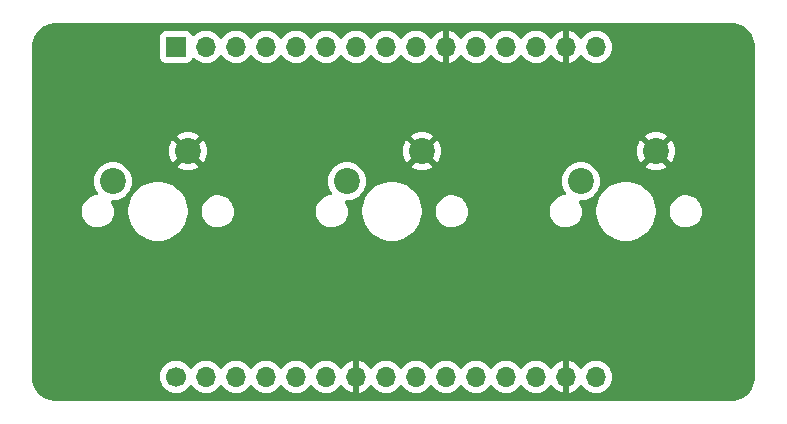
<source format=gtl>
%TF.GenerationSoftware,KiCad,Pcbnew,(6.0.4-0)*%
%TF.CreationDate,2022-04-05T18:33:42+02:00*%
%TF.ProjectId,smart-button,736d6172-742d-4627-9574-746f6e2e6b69,rev?*%
%TF.SameCoordinates,Original*%
%TF.FileFunction,Copper,L1,Top*%
%TF.FilePolarity,Positive*%
%FSLAX46Y46*%
G04 Gerber Fmt 4.6, Leading zero omitted, Abs format (unit mm)*
G04 Created by KiCad (PCBNEW (6.0.4-0)) date 2022-04-05 18:33:42*
%MOMM*%
%LPD*%
G01*
G04 APERTURE LIST*
%TA.AperFunction,ComponentPad*%
%ADD10R,1.700000X1.700000*%
%TD*%
%TA.AperFunction,ComponentPad*%
%ADD11O,1.700000X1.700000*%
%TD*%
%TA.AperFunction,ComponentPad*%
%ADD12C,2.200000*%
%TD*%
%TA.AperFunction,ComponentPad*%
%ADD13C,1.700000*%
%TD*%
G04 APERTURE END LIST*
D10*
X57150000Y-105410000D03*
D11*
X59690000Y-105410000D03*
X62230000Y-105410000D03*
X64770000Y-105410000D03*
X67310000Y-105410000D03*
X69850000Y-105410000D03*
X72390000Y-105410000D03*
X74930000Y-105410000D03*
X77470000Y-105410000D03*
X80010000Y-105410000D03*
X82550000Y-105410000D03*
X85090000Y-105410000D03*
X87630000Y-105410000D03*
X90170000Y-105410000D03*
X92710000Y-105410000D03*
D12*
X58166000Y-114246000D03*
X51816000Y-116786000D03*
X97790000Y-114246000D03*
X91440000Y-116786000D03*
D13*
X57155000Y-133350000D03*
D11*
X59695000Y-133350000D03*
X62235000Y-133350000D03*
X64775000Y-133350000D03*
X67315000Y-133350000D03*
X69855000Y-133350000D03*
X72395000Y-133350000D03*
X74935000Y-133350000D03*
X77475000Y-133350000D03*
X80015000Y-133350000D03*
X82555000Y-133350000D03*
X85095000Y-133350000D03*
X87635000Y-133350000D03*
X90175000Y-133350000D03*
X92715000Y-133350000D03*
D12*
X77978000Y-114246000D03*
X71628000Y-116786000D03*
%TA.AperFunction,Conductor*%
G36*
X104142018Y-103380000D02*
G01*
X104156851Y-103382310D01*
X104156855Y-103382310D01*
X104165724Y-103383691D01*
X104174626Y-103382527D01*
X104174629Y-103382527D01*
X104182012Y-103381561D01*
X104206591Y-103380767D01*
X104231062Y-103382371D01*
X104428922Y-103395340D01*
X104445262Y-103397491D01*
X104567477Y-103421801D01*
X104689696Y-103446112D01*
X104705606Y-103450375D01*
X104941600Y-103530484D01*
X104956826Y-103536791D01*
X105180342Y-103647016D01*
X105194616Y-103655257D01*
X105401829Y-103793713D01*
X105414905Y-103803746D01*
X105602278Y-103968068D01*
X105613932Y-103979722D01*
X105778254Y-104167095D01*
X105788287Y-104180171D01*
X105926743Y-104387384D01*
X105934984Y-104401658D01*
X106045209Y-104625174D01*
X106051515Y-104640398D01*
X106131625Y-104876394D01*
X106135889Y-104892307D01*
X106184509Y-105136738D01*
X106186660Y-105153078D01*
X106200763Y-105368236D01*
X106199733Y-105391350D01*
X106199690Y-105394853D01*
X106198309Y-105403724D01*
X106202390Y-105434931D01*
X106203453Y-105451396D01*
X106184884Y-121664182D01*
X106171557Y-133300411D01*
X106170057Y-133319652D01*
X106167690Y-133334851D01*
X106167690Y-133334855D01*
X106166309Y-133343724D01*
X106167570Y-133353365D01*
X106168451Y-133360102D01*
X106169250Y-133384616D01*
X106154929Y-133604889D01*
X106152812Y-133621100D01*
X106104963Y-133863660D01*
X106100765Y-133879460D01*
X106021912Y-134113785D01*
X106015703Y-134128909D01*
X106002913Y-134155088D01*
X105918808Y-134327240D01*
X105907179Y-134351042D01*
X105899066Y-134365233D01*
X105830554Y-134468831D01*
X105762685Y-134571457D01*
X105752802Y-134584478D01*
X105725106Y-134616433D01*
X105590869Y-134771306D01*
X105579382Y-134782939D01*
X105394628Y-134947222D01*
X105381732Y-134957270D01*
X105177259Y-135096250D01*
X105163170Y-135104544D01*
X104942424Y-135215879D01*
X104927380Y-135222279D01*
X104694075Y-135304096D01*
X104678328Y-135308494D01*
X104436391Y-135359414D01*
X104420208Y-135361736D01*
X104207289Y-135378291D01*
X104183803Y-135377538D01*
X104180652Y-135377540D01*
X104171764Y-135376271D01*
X104145810Y-135380000D01*
X104144286Y-135380219D01*
X104126367Y-135381500D01*
X47023367Y-135381500D01*
X47003982Y-135380000D01*
X46989149Y-135377690D01*
X46989145Y-135377690D01*
X46980276Y-135376309D01*
X46971374Y-135377473D01*
X46971371Y-135377473D01*
X46963988Y-135378439D01*
X46939409Y-135379233D01*
X46894799Y-135376309D01*
X46717078Y-135364660D01*
X46700738Y-135362509D01*
X46578523Y-135338199D01*
X46456304Y-135313888D01*
X46440394Y-135309625D01*
X46204398Y-135229515D01*
X46189174Y-135223209D01*
X45965658Y-135112984D01*
X45951384Y-135104743D01*
X45744171Y-134966287D01*
X45731095Y-134956254D01*
X45543722Y-134791932D01*
X45532068Y-134780278D01*
X45367746Y-134592905D01*
X45357713Y-134579829D01*
X45219257Y-134372616D01*
X45211016Y-134358342D01*
X45100791Y-134134826D01*
X45094484Y-134119600D01*
X45071886Y-134053028D01*
X45014375Y-133883606D01*
X45010111Y-133867693D01*
X45005967Y-133846857D01*
X44961491Y-133623262D01*
X44959340Y-133606922D01*
X44945476Y-133395407D01*
X44946650Y-133372232D01*
X44946334Y-133372204D01*
X44946770Y-133367344D01*
X44947576Y-133362552D01*
X44947729Y-133350000D01*
X44947040Y-133345189D01*
X44947039Y-133345173D01*
X44943799Y-133322552D01*
X44943383Y-133316695D01*
X55792251Y-133316695D01*
X55792548Y-133321848D01*
X55792548Y-133321851D01*
X55798011Y-133416590D01*
X55805110Y-133539715D01*
X55806247Y-133544761D01*
X55806248Y-133544767D01*
X55819798Y-133604889D01*
X55854222Y-133757639D01*
X55938266Y-133964616D01*
X55989019Y-134047438D01*
X56052291Y-134150688D01*
X56054987Y-134155088D01*
X56201250Y-134323938D01*
X56373126Y-134466632D01*
X56566000Y-134579338D01*
X56570825Y-134581180D01*
X56570826Y-134581181D01*
X56585276Y-134586699D01*
X56774692Y-134659030D01*
X56779760Y-134660061D01*
X56779763Y-134660062D01*
X56874862Y-134679410D01*
X56993597Y-134703567D01*
X56998772Y-134703757D01*
X56998774Y-134703757D01*
X57211673Y-134711564D01*
X57211677Y-134711564D01*
X57216837Y-134711753D01*
X57221957Y-134711097D01*
X57221959Y-134711097D01*
X57433288Y-134684025D01*
X57433289Y-134684025D01*
X57438416Y-134683368D01*
X57443366Y-134681883D01*
X57647429Y-134620661D01*
X57647434Y-134620659D01*
X57652384Y-134619174D01*
X57852994Y-134520896D01*
X58034860Y-134391173D01*
X58075132Y-134351042D01*
X58116209Y-134310107D01*
X58193096Y-134233489D01*
X58252594Y-134150689D01*
X58323453Y-134052077D01*
X58324776Y-134053028D01*
X58371645Y-134009857D01*
X58441580Y-133997625D01*
X58507026Y-134025144D01*
X58534875Y-134056994D01*
X58594987Y-134155088D01*
X58741250Y-134323938D01*
X58913126Y-134466632D01*
X59106000Y-134579338D01*
X59110825Y-134581180D01*
X59110826Y-134581181D01*
X59125276Y-134586699D01*
X59314692Y-134659030D01*
X59319760Y-134660061D01*
X59319763Y-134660062D01*
X59414862Y-134679410D01*
X59533597Y-134703567D01*
X59538772Y-134703757D01*
X59538774Y-134703757D01*
X59751673Y-134711564D01*
X59751677Y-134711564D01*
X59756837Y-134711753D01*
X59761957Y-134711097D01*
X59761959Y-134711097D01*
X59973288Y-134684025D01*
X59973289Y-134684025D01*
X59978416Y-134683368D01*
X59983366Y-134681883D01*
X60187429Y-134620661D01*
X60187434Y-134620659D01*
X60192384Y-134619174D01*
X60392994Y-134520896D01*
X60574860Y-134391173D01*
X60615132Y-134351042D01*
X60656209Y-134310107D01*
X60733096Y-134233489D01*
X60792594Y-134150689D01*
X60863453Y-134052077D01*
X60864776Y-134053028D01*
X60911645Y-134009857D01*
X60981580Y-133997625D01*
X61047026Y-134025144D01*
X61074875Y-134056994D01*
X61134987Y-134155088D01*
X61281250Y-134323938D01*
X61453126Y-134466632D01*
X61646000Y-134579338D01*
X61650825Y-134581180D01*
X61650826Y-134581181D01*
X61665276Y-134586699D01*
X61854692Y-134659030D01*
X61859760Y-134660061D01*
X61859763Y-134660062D01*
X61954862Y-134679410D01*
X62073597Y-134703567D01*
X62078772Y-134703757D01*
X62078774Y-134703757D01*
X62291673Y-134711564D01*
X62291677Y-134711564D01*
X62296837Y-134711753D01*
X62301957Y-134711097D01*
X62301959Y-134711097D01*
X62513288Y-134684025D01*
X62513289Y-134684025D01*
X62518416Y-134683368D01*
X62523366Y-134681883D01*
X62727429Y-134620661D01*
X62727434Y-134620659D01*
X62732384Y-134619174D01*
X62932994Y-134520896D01*
X63114860Y-134391173D01*
X63155132Y-134351042D01*
X63196209Y-134310107D01*
X63273096Y-134233489D01*
X63332594Y-134150689D01*
X63403453Y-134052077D01*
X63404776Y-134053028D01*
X63451645Y-134009857D01*
X63521580Y-133997625D01*
X63587026Y-134025144D01*
X63614875Y-134056994D01*
X63674987Y-134155088D01*
X63821250Y-134323938D01*
X63993126Y-134466632D01*
X64186000Y-134579338D01*
X64190825Y-134581180D01*
X64190826Y-134581181D01*
X64205276Y-134586699D01*
X64394692Y-134659030D01*
X64399760Y-134660061D01*
X64399763Y-134660062D01*
X64494862Y-134679410D01*
X64613597Y-134703567D01*
X64618772Y-134703757D01*
X64618774Y-134703757D01*
X64831673Y-134711564D01*
X64831677Y-134711564D01*
X64836837Y-134711753D01*
X64841957Y-134711097D01*
X64841959Y-134711097D01*
X65053288Y-134684025D01*
X65053289Y-134684025D01*
X65058416Y-134683368D01*
X65063366Y-134681883D01*
X65267429Y-134620661D01*
X65267434Y-134620659D01*
X65272384Y-134619174D01*
X65472994Y-134520896D01*
X65654860Y-134391173D01*
X65695132Y-134351042D01*
X65736209Y-134310107D01*
X65813096Y-134233489D01*
X65872594Y-134150689D01*
X65943453Y-134052077D01*
X65944776Y-134053028D01*
X65991645Y-134009857D01*
X66061580Y-133997625D01*
X66127026Y-134025144D01*
X66154875Y-134056994D01*
X66214987Y-134155088D01*
X66361250Y-134323938D01*
X66533126Y-134466632D01*
X66726000Y-134579338D01*
X66730825Y-134581180D01*
X66730826Y-134581181D01*
X66745276Y-134586699D01*
X66934692Y-134659030D01*
X66939760Y-134660061D01*
X66939763Y-134660062D01*
X67034862Y-134679410D01*
X67153597Y-134703567D01*
X67158772Y-134703757D01*
X67158774Y-134703757D01*
X67371673Y-134711564D01*
X67371677Y-134711564D01*
X67376837Y-134711753D01*
X67381957Y-134711097D01*
X67381959Y-134711097D01*
X67593288Y-134684025D01*
X67593289Y-134684025D01*
X67598416Y-134683368D01*
X67603366Y-134681883D01*
X67807429Y-134620661D01*
X67807434Y-134620659D01*
X67812384Y-134619174D01*
X68012994Y-134520896D01*
X68194860Y-134391173D01*
X68235132Y-134351042D01*
X68276209Y-134310107D01*
X68353096Y-134233489D01*
X68412594Y-134150689D01*
X68483453Y-134052077D01*
X68484776Y-134053028D01*
X68531645Y-134009857D01*
X68601580Y-133997625D01*
X68667026Y-134025144D01*
X68694875Y-134056994D01*
X68754987Y-134155088D01*
X68901250Y-134323938D01*
X69073126Y-134466632D01*
X69266000Y-134579338D01*
X69270825Y-134581180D01*
X69270826Y-134581181D01*
X69285276Y-134586699D01*
X69474692Y-134659030D01*
X69479760Y-134660061D01*
X69479763Y-134660062D01*
X69574862Y-134679410D01*
X69693597Y-134703567D01*
X69698772Y-134703757D01*
X69698774Y-134703757D01*
X69911673Y-134711564D01*
X69911677Y-134711564D01*
X69916837Y-134711753D01*
X69921957Y-134711097D01*
X69921959Y-134711097D01*
X70133288Y-134684025D01*
X70133289Y-134684025D01*
X70138416Y-134683368D01*
X70143366Y-134681883D01*
X70347429Y-134620661D01*
X70347434Y-134620659D01*
X70352384Y-134619174D01*
X70552994Y-134520896D01*
X70734860Y-134391173D01*
X70775132Y-134351042D01*
X70816209Y-134310107D01*
X70893096Y-134233489D01*
X70952594Y-134150689D01*
X71023453Y-134052077D01*
X71024640Y-134052930D01*
X71071960Y-134009362D01*
X71141897Y-133997145D01*
X71207338Y-134024678D01*
X71235166Y-134056511D01*
X71292694Y-134150388D01*
X71298777Y-134158699D01*
X71438213Y-134319667D01*
X71445580Y-134326883D01*
X71609434Y-134462916D01*
X71617881Y-134468831D01*
X71801756Y-134576279D01*
X71811042Y-134580729D01*
X72010001Y-134656703D01*
X72019899Y-134659579D01*
X72123250Y-134680606D01*
X72137299Y-134679410D01*
X72141000Y-134669065D01*
X72141000Y-134668517D01*
X72649000Y-134668517D01*
X72653064Y-134682359D01*
X72666478Y-134684393D01*
X72673184Y-134683534D01*
X72683262Y-134681392D01*
X72887255Y-134620191D01*
X72896842Y-134616433D01*
X73088095Y-134522739D01*
X73096945Y-134517464D01*
X73270328Y-134393792D01*
X73278200Y-134387139D01*
X73429052Y-134236812D01*
X73435730Y-134228965D01*
X73563022Y-134051819D01*
X73564279Y-134052722D01*
X73611373Y-134009362D01*
X73681311Y-133997145D01*
X73746751Y-134024678D01*
X73774579Y-134056511D01*
X73834987Y-134155088D01*
X73981250Y-134323938D01*
X74153126Y-134466632D01*
X74346000Y-134579338D01*
X74350825Y-134581180D01*
X74350826Y-134581181D01*
X74365276Y-134586699D01*
X74554692Y-134659030D01*
X74559760Y-134660061D01*
X74559763Y-134660062D01*
X74654862Y-134679410D01*
X74773597Y-134703567D01*
X74778772Y-134703757D01*
X74778774Y-134703757D01*
X74991673Y-134711564D01*
X74991677Y-134711564D01*
X74996837Y-134711753D01*
X75001957Y-134711097D01*
X75001959Y-134711097D01*
X75213288Y-134684025D01*
X75213289Y-134684025D01*
X75218416Y-134683368D01*
X75223366Y-134681883D01*
X75427429Y-134620661D01*
X75427434Y-134620659D01*
X75432384Y-134619174D01*
X75632994Y-134520896D01*
X75814860Y-134391173D01*
X75855132Y-134351042D01*
X75896209Y-134310107D01*
X75973096Y-134233489D01*
X76032594Y-134150689D01*
X76103453Y-134052077D01*
X76104776Y-134053028D01*
X76151645Y-134009857D01*
X76221580Y-133997625D01*
X76287026Y-134025144D01*
X76314875Y-134056994D01*
X76374987Y-134155088D01*
X76521250Y-134323938D01*
X76693126Y-134466632D01*
X76886000Y-134579338D01*
X76890825Y-134581180D01*
X76890826Y-134581181D01*
X76905276Y-134586699D01*
X77094692Y-134659030D01*
X77099760Y-134660061D01*
X77099763Y-134660062D01*
X77194862Y-134679410D01*
X77313597Y-134703567D01*
X77318772Y-134703757D01*
X77318774Y-134703757D01*
X77531673Y-134711564D01*
X77531677Y-134711564D01*
X77536837Y-134711753D01*
X77541957Y-134711097D01*
X77541959Y-134711097D01*
X77753288Y-134684025D01*
X77753289Y-134684025D01*
X77758416Y-134683368D01*
X77763366Y-134681883D01*
X77967429Y-134620661D01*
X77967434Y-134620659D01*
X77972384Y-134619174D01*
X78172994Y-134520896D01*
X78354860Y-134391173D01*
X78395132Y-134351042D01*
X78436209Y-134310107D01*
X78513096Y-134233489D01*
X78572594Y-134150689D01*
X78643453Y-134052077D01*
X78644776Y-134053028D01*
X78691645Y-134009857D01*
X78761580Y-133997625D01*
X78827026Y-134025144D01*
X78854875Y-134056994D01*
X78914987Y-134155088D01*
X79061250Y-134323938D01*
X79233126Y-134466632D01*
X79426000Y-134579338D01*
X79430825Y-134581180D01*
X79430826Y-134581181D01*
X79445276Y-134586699D01*
X79634692Y-134659030D01*
X79639760Y-134660061D01*
X79639763Y-134660062D01*
X79734862Y-134679410D01*
X79853597Y-134703567D01*
X79858772Y-134703757D01*
X79858774Y-134703757D01*
X80071673Y-134711564D01*
X80071677Y-134711564D01*
X80076837Y-134711753D01*
X80081957Y-134711097D01*
X80081959Y-134711097D01*
X80293288Y-134684025D01*
X80293289Y-134684025D01*
X80298416Y-134683368D01*
X80303366Y-134681883D01*
X80507429Y-134620661D01*
X80507434Y-134620659D01*
X80512384Y-134619174D01*
X80712994Y-134520896D01*
X80894860Y-134391173D01*
X80935132Y-134351042D01*
X80976209Y-134310107D01*
X81053096Y-134233489D01*
X81112594Y-134150689D01*
X81183453Y-134052077D01*
X81184776Y-134053028D01*
X81231645Y-134009857D01*
X81301580Y-133997625D01*
X81367026Y-134025144D01*
X81394875Y-134056994D01*
X81454987Y-134155088D01*
X81601250Y-134323938D01*
X81773126Y-134466632D01*
X81966000Y-134579338D01*
X81970825Y-134581180D01*
X81970826Y-134581181D01*
X81985276Y-134586699D01*
X82174692Y-134659030D01*
X82179760Y-134660061D01*
X82179763Y-134660062D01*
X82274862Y-134679410D01*
X82393597Y-134703567D01*
X82398772Y-134703757D01*
X82398774Y-134703757D01*
X82611673Y-134711564D01*
X82611677Y-134711564D01*
X82616837Y-134711753D01*
X82621957Y-134711097D01*
X82621959Y-134711097D01*
X82833288Y-134684025D01*
X82833289Y-134684025D01*
X82838416Y-134683368D01*
X82843366Y-134681883D01*
X83047429Y-134620661D01*
X83047434Y-134620659D01*
X83052384Y-134619174D01*
X83252994Y-134520896D01*
X83434860Y-134391173D01*
X83475132Y-134351042D01*
X83516209Y-134310107D01*
X83593096Y-134233489D01*
X83652594Y-134150689D01*
X83723453Y-134052077D01*
X83724776Y-134053028D01*
X83771645Y-134009857D01*
X83841580Y-133997625D01*
X83907026Y-134025144D01*
X83934875Y-134056994D01*
X83994987Y-134155088D01*
X84141250Y-134323938D01*
X84313126Y-134466632D01*
X84506000Y-134579338D01*
X84510825Y-134581180D01*
X84510826Y-134581181D01*
X84525276Y-134586699D01*
X84714692Y-134659030D01*
X84719760Y-134660061D01*
X84719763Y-134660062D01*
X84814862Y-134679410D01*
X84933597Y-134703567D01*
X84938772Y-134703757D01*
X84938774Y-134703757D01*
X85151673Y-134711564D01*
X85151677Y-134711564D01*
X85156837Y-134711753D01*
X85161957Y-134711097D01*
X85161959Y-134711097D01*
X85373288Y-134684025D01*
X85373289Y-134684025D01*
X85378416Y-134683368D01*
X85383366Y-134681883D01*
X85587429Y-134620661D01*
X85587434Y-134620659D01*
X85592384Y-134619174D01*
X85792994Y-134520896D01*
X85974860Y-134391173D01*
X86015132Y-134351042D01*
X86056209Y-134310107D01*
X86133096Y-134233489D01*
X86192594Y-134150689D01*
X86263453Y-134052077D01*
X86264776Y-134053028D01*
X86311645Y-134009857D01*
X86381580Y-133997625D01*
X86447026Y-134025144D01*
X86474875Y-134056994D01*
X86534987Y-134155088D01*
X86681250Y-134323938D01*
X86853126Y-134466632D01*
X87046000Y-134579338D01*
X87050825Y-134581180D01*
X87050826Y-134581181D01*
X87065276Y-134586699D01*
X87254692Y-134659030D01*
X87259760Y-134660061D01*
X87259763Y-134660062D01*
X87354862Y-134679410D01*
X87473597Y-134703567D01*
X87478772Y-134703757D01*
X87478774Y-134703757D01*
X87691673Y-134711564D01*
X87691677Y-134711564D01*
X87696837Y-134711753D01*
X87701957Y-134711097D01*
X87701959Y-134711097D01*
X87913288Y-134684025D01*
X87913289Y-134684025D01*
X87918416Y-134683368D01*
X87923366Y-134681883D01*
X88127429Y-134620661D01*
X88127434Y-134620659D01*
X88132384Y-134619174D01*
X88332994Y-134520896D01*
X88514860Y-134391173D01*
X88555132Y-134351042D01*
X88596209Y-134310107D01*
X88673096Y-134233489D01*
X88732594Y-134150689D01*
X88803453Y-134052077D01*
X88804640Y-134052930D01*
X88851960Y-134009362D01*
X88921897Y-133997145D01*
X88987338Y-134024678D01*
X89015166Y-134056511D01*
X89072694Y-134150388D01*
X89078777Y-134158699D01*
X89218213Y-134319667D01*
X89225580Y-134326883D01*
X89389434Y-134462916D01*
X89397881Y-134468831D01*
X89581756Y-134576279D01*
X89591042Y-134580729D01*
X89790001Y-134656703D01*
X89799899Y-134659579D01*
X89903250Y-134680606D01*
X89917299Y-134679410D01*
X89921000Y-134669065D01*
X89921000Y-134668517D01*
X90429000Y-134668517D01*
X90433064Y-134682359D01*
X90446478Y-134684393D01*
X90453184Y-134683534D01*
X90463262Y-134681392D01*
X90667255Y-134620191D01*
X90676842Y-134616433D01*
X90868095Y-134522739D01*
X90876945Y-134517464D01*
X91050328Y-134393792D01*
X91058200Y-134387139D01*
X91209052Y-134236812D01*
X91215730Y-134228965D01*
X91343022Y-134051819D01*
X91344279Y-134052722D01*
X91391373Y-134009362D01*
X91461311Y-133997145D01*
X91526751Y-134024678D01*
X91554579Y-134056511D01*
X91614987Y-134155088D01*
X91761250Y-134323938D01*
X91933126Y-134466632D01*
X92126000Y-134579338D01*
X92130825Y-134581180D01*
X92130826Y-134581181D01*
X92145276Y-134586699D01*
X92334692Y-134659030D01*
X92339760Y-134660061D01*
X92339763Y-134660062D01*
X92434862Y-134679410D01*
X92553597Y-134703567D01*
X92558772Y-134703757D01*
X92558774Y-134703757D01*
X92771673Y-134711564D01*
X92771677Y-134711564D01*
X92776837Y-134711753D01*
X92781957Y-134711097D01*
X92781959Y-134711097D01*
X92993288Y-134684025D01*
X92993289Y-134684025D01*
X92998416Y-134683368D01*
X93003366Y-134681883D01*
X93207429Y-134620661D01*
X93207434Y-134620659D01*
X93212384Y-134619174D01*
X93412994Y-134520896D01*
X93594860Y-134391173D01*
X93635132Y-134351042D01*
X93676209Y-134310107D01*
X93753096Y-134233489D01*
X93812594Y-134150689D01*
X93880435Y-134056277D01*
X93883453Y-134052077D01*
X93896995Y-134024678D01*
X93980136Y-133856453D01*
X93980137Y-133856451D01*
X93982430Y-133851811D01*
X94014900Y-133744940D01*
X94045865Y-133643023D01*
X94045865Y-133643021D01*
X94047370Y-133638069D01*
X94076529Y-133416590D01*
X94077613Y-133372232D01*
X94078074Y-133353365D01*
X94078074Y-133353361D01*
X94078156Y-133350000D01*
X94059852Y-133127361D01*
X94005431Y-132910702D01*
X93916354Y-132705840D01*
X93795014Y-132518277D01*
X93644670Y-132353051D01*
X93640619Y-132349852D01*
X93640615Y-132349848D01*
X93473414Y-132217800D01*
X93473410Y-132217798D01*
X93469359Y-132214598D01*
X93433028Y-132194542D01*
X93417136Y-132185769D01*
X93273789Y-132106638D01*
X93268920Y-132104914D01*
X93268916Y-132104912D01*
X93068087Y-132033795D01*
X93068083Y-132033794D01*
X93063212Y-132032069D01*
X93058119Y-132031162D01*
X93058116Y-132031161D01*
X92848373Y-131993800D01*
X92848367Y-131993799D01*
X92843284Y-131992894D01*
X92769452Y-131991992D01*
X92625081Y-131990228D01*
X92625079Y-131990228D01*
X92619911Y-131990165D01*
X92399091Y-132023955D01*
X92186756Y-132093357D01*
X91988607Y-132196507D01*
X91984474Y-132199610D01*
X91984471Y-132199612D01*
X91960247Y-132217800D01*
X91809965Y-132330635D01*
X91655629Y-132492138D01*
X91548204Y-132649618D01*
X91547898Y-132650066D01*
X91492987Y-132695069D01*
X91422462Y-132703240D01*
X91358715Y-132671986D01*
X91338018Y-132647502D01*
X91257426Y-132522926D01*
X91251136Y-132514757D01*
X91107806Y-132357240D01*
X91100273Y-132350215D01*
X90933139Y-132218222D01*
X90924552Y-132212517D01*
X90738117Y-132109599D01*
X90728705Y-132105369D01*
X90527959Y-132034280D01*
X90517988Y-132031646D01*
X90446837Y-132018972D01*
X90433540Y-132020432D01*
X90429000Y-132034989D01*
X90429000Y-134668517D01*
X89921000Y-134668517D01*
X89921000Y-132033102D01*
X89917082Y-132019758D01*
X89902806Y-132017771D01*
X89864324Y-132023660D01*
X89854288Y-132026051D01*
X89651868Y-132092212D01*
X89642359Y-132096209D01*
X89453463Y-132194542D01*
X89444738Y-132200036D01*
X89274433Y-132327905D01*
X89266726Y-132334748D01*
X89119590Y-132488717D01*
X89113109Y-132496722D01*
X89008498Y-132650074D01*
X88953587Y-132695076D01*
X88883062Y-132703247D01*
X88819315Y-132671993D01*
X88798618Y-132647509D01*
X88717822Y-132522617D01*
X88717820Y-132522614D01*
X88715014Y-132518277D01*
X88564670Y-132353051D01*
X88560619Y-132349852D01*
X88560615Y-132349848D01*
X88393414Y-132217800D01*
X88393410Y-132217798D01*
X88389359Y-132214598D01*
X88353028Y-132194542D01*
X88337136Y-132185769D01*
X88193789Y-132106638D01*
X88188920Y-132104914D01*
X88188916Y-132104912D01*
X87988087Y-132033795D01*
X87988083Y-132033794D01*
X87983212Y-132032069D01*
X87978119Y-132031162D01*
X87978116Y-132031161D01*
X87768373Y-131993800D01*
X87768367Y-131993799D01*
X87763284Y-131992894D01*
X87689452Y-131991992D01*
X87545081Y-131990228D01*
X87545079Y-131990228D01*
X87539911Y-131990165D01*
X87319091Y-132023955D01*
X87106756Y-132093357D01*
X86908607Y-132196507D01*
X86904474Y-132199610D01*
X86904471Y-132199612D01*
X86880247Y-132217800D01*
X86729965Y-132330635D01*
X86575629Y-132492138D01*
X86468201Y-132649621D01*
X86413293Y-132694621D01*
X86342768Y-132702792D01*
X86279021Y-132671538D01*
X86258324Y-132647054D01*
X86177822Y-132522617D01*
X86177820Y-132522614D01*
X86175014Y-132518277D01*
X86024670Y-132353051D01*
X86020619Y-132349852D01*
X86020615Y-132349848D01*
X85853414Y-132217800D01*
X85853410Y-132217798D01*
X85849359Y-132214598D01*
X85813028Y-132194542D01*
X85797136Y-132185769D01*
X85653789Y-132106638D01*
X85648920Y-132104914D01*
X85648916Y-132104912D01*
X85448087Y-132033795D01*
X85448083Y-132033794D01*
X85443212Y-132032069D01*
X85438119Y-132031162D01*
X85438116Y-132031161D01*
X85228373Y-131993800D01*
X85228367Y-131993799D01*
X85223284Y-131992894D01*
X85149452Y-131991992D01*
X85005081Y-131990228D01*
X85005079Y-131990228D01*
X84999911Y-131990165D01*
X84779091Y-132023955D01*
X84566756Y-132093357D01*
X84368607Y-132196507D01*
X84364474Y-132199610D01*
X84364471Y-132199612D01*
X84340247Y-132217800D01*
X84189965Y-132330635D01*
X84035629Y-132492138D01*
X83928201Y-132649621D01*
X83873293Y-132694621D01*
X83802768Y-132702792D01*
X83739021Y-132671538D01*
X83718324Y-132647054D01*
X83637822Y-132522617D01*
X83637820Y-132522614D01*
X83635014Y-132518277D01*
X83484670Y-132353051D01*
X83480619Y-132349852D01*
X83480615Y-132349848D01*
X83313414Y-132217800D01*
X83313410Y-132217798D01*
X83309359Y-132214598D01*
X83273028Y-132194542D01*
X83257136Y-132185769D01*
X83113789Y-132106638D01*
X83108920Y-132104914D01*
X83108916Y-132104912D01*
X82908087Y-132033795D01*
X82908083Y-132033794D01*
X82903212Y-132032069D01*
X82898119Y-132031162D01*
X82898116Y-132031161D01*
X82688373Y-131993800D01*
X82688367Y-131993799D01*
X82683284Y-131992894D01*
X82609452Y-131991992D01*
X82465081Y-131990228D01*
X82465079Y-131990228D01*
X82459911Y-131990165D01*
X82239091Y-132023955D01*
X82026756Y-132093357D01*
X81828607Y-132196507D01*
X81824474Y-132199610D01*
X81824471Y-132199612D01*
X81800247Y-132217800D01*
X81649965Y-132330635D01*
X81495629Y-132492138D01*
X81388201Y-132649621D01*
X81333293Y-132694621D01*
X81262768Y-132702792D01*
X81199021Y-132671538D01*
X81178324Y-132647054D01*
X81097822Y-132522617D01*
X81097820Y-132522614D01*
X81095014Y-132518277D01*
X80944670Y-132353051D01*
X80940619Y-132349852D01*
X80940615Y-132349848D01*
X80773414Y-132217800D01*
X80773410Y-132217798D01*
X80769359Y-132214598D01*
X80733028Y-132194542D01*
X80717136Y-132185769D01*
X80573789Y-132106638D01*
X80568920Y-132104914D01*
X80568916Y-132104912D01*
X80368087Y-132033795D01*
X80368083Y-132033794D01*
X80363212Y-132032069D01*
X80358119Y-132031162D01*
X80358116Y-132031161D01*
X80148373Y-131993800D01*
X80148367Y-131993799D01*
X80143284Y-131992894D01*
X80069452Y-131991992D01*
X79925081Y-131990228D01*
X79925079Y-131990228D01*
X79919911Y-131990165D01*
X79699091Y-132023955D01*
X79486756Y-132093357D01*
X79288607Y-132196507D01*
X79284474Y-132199610D01*
X79284471Y-132199612D01*
X79260247Y-132217800D01*
X79109965Y-132330635D01*
X78955629Y-132492138D01*
X78848201Y-132649621D01*
X78793293Y-132694621D01*
X78722768Y-132702792D01*
X78659021Y-132671538D01*
X78638324Y-132647054D01*
X78557822Y-132522617D01*
X78557820Y-132522614D01*
X78555014Y-132518277D01*
X78404670Y-132353051D01*
X78400619Y-132349852D01*
X78400615Y-132349848D01*
X78233414Y-132217800D01*
X78233410Y-132217798D01*
X78229359Y-132214598D01*
X78193028Y-132194542D01*
X78177136Y-132185769D01*
X78033789Y-132106638D01*
X78028920Y-132104914D01*
X78028916Y-132104912D01*
X77828087Y-132033795D01*
X77828083Y-132033794D01*
X77823212Y-132032069D01*
X77818119Y-132031162D01*
X77818116Y-132031161D01*
X77608373Y-131993800D01*
X77608367Y-131993799D01*
X77603284Y-131992894D01*
X77529452Y-131991992D01*
X77385081Y-131990228D01*
X77385079Y-131990228D01*
X77379911Y-131990165D01*
X77159091Y-132023955D01*
X76946756Y-132093357D01*
X76748607Y-132196507D01*
X76744474Y-132199610D01*
X76744471Y-132199612D01*
X76720247Y-132217800D01*
X76569965Y-132330635D01*
X76415629Y-132492138D01*
X76308201Y-132649621D01*
X76253293Y-132694621D01*
X76182768Y-132702792D01*
X76119021Y-132671538D01*
X76098324Y-132647054D01*
X76017822Y-132522617D01*
X76017820Y-132522614D01*
X76015014Y-132518277D01*
X75864670Y-132353051D01*
X75860619Y-132349852D01*
X75860615Y-132349848D01*
X75693414Y-132217800D01*
X75693410Y-132217798D01*
X75689359Y-132214598D01*
X75653028Y-132194542D01*
X75637136Y-132185769D01*
X75493789Y-132106638D01*
X75488920Y-132104914D01*
X75488916Y-132104912D01*
X75288087Y-132033795D01*
X75288083Y-132033794D01*
X75283212Y-132032069D01*
X75278119Y-132031162D01*
X75278116Y-132031161D01*
X75068373Y-131993800D01*
X75068367Y-131993799D01*
X75063284Y-131992894D01*
X74989452Y-131991992D01*
X74845081Y-131990228D01*
X74845079Y-131990228D01*
X74839911Y-131990165D01*
X74619091Y-132023955D01*
X74406756Y-132093357D01*
X74208607Y-132196507D01*
X74204474Y-132199610D01*
X74204471Y-132199612D01*
X74180247Y-132217800D01*
X74029965Y-132330635D01*
X73875629Y-132492138D01*
X73768204Y-132649618D01*
X73767898Y-132650066D01*
X73712987Y-132695069D01*
X73642462Y-132703240D01*
X73578715Y-132671986D01*
X73558018Y-132647502D01*
X73477426Y-132522926D01*
X73471136Y-132514757D01*
X73327806Y-132357240D01*
X73320273Y-132350215D01*
X73153139Y-132218222D01*
X73144552Y-132212517D01*
X72958117Y-132109599D01*
X72948705Y-132105369D01*
X72747959Y-132034280D01*
X72737988Y-132031646D01*
X72666837Y-132018972D01*
X72653540Y-132020432D01*
X72649000Y-132034989D01*
X72649000Y-134668517D01*
X72141000Y-134668517D01*
X72141000Y-132033102D01*
X72137082Y-132019758D01*
X72122806Y-132017771D01*
X72084324Y-132023660D01*
X72074288Y-132026051D01*
X71871868Y-132092212D01*
X71862359Y-132096209D01*
X71673463Y-132194542D01*
X71664738Y-132200036D01*
X71494433Y-132327905D01*
X71486726Y-132334748D01*
X71339590Y-132488717D01*
X71333109Y-132496722D01*
X71228498Y-132650074D01*
X71173587Y-132695076D01*
X71103062Y-132703247D01*
X71039315Y-132671993D01*
X71018618Y-132647509D01*
X70937822Y-132522617D01*
X70937820Y-132522614D01*
X70935014Y-132518277D01*
X70784670Y-132353051D01*
X70780619Y-132349852D01*
X70780615Y-132349848D01*
X70613414Y-132217800D01*
X70613410Y-132217798D01*
X70609359Y-132214598D01*
X70573028Y-132194542D01*
X70557136Y-132185769D01*
X70413789Y-132106638D01*
X70408920Y-132104914D01*
X70408916Y-132104912D01*
X70208087Y-132033795D01*
X70208083Y-132033794D01*
X70203212Y-132032069D01*
X70198119Y-132031162D01*
X70198116Y-132031161D01*
X69988373Y-131993800D01*
X69988367Y-131993799D01*
X69983284Y-131992894D01*
X69909452Y-131991992D01*
X69765081Y-131990228D01*
X69765079Y-131990228D01*
X69759911Y-131990165D01*
X69539091Y-132023955D01*
X69326756Y-132093357D01*
X69128607Y-132196507D01*
X69124474Y-132199610D01*
X69124471Y-132199612D01*
X69100247Y-132217800D01*
X68949965Y-132330635D01*
X68795629Y-132492138D01*
X68688201Y-132649621D01*
X68633293Y-132694621D01*
X68562768Y-132702792D01*
X68499021Y-132671538D01*
X68478324Y-132647054D01*
X68397822Y-132522617D01*
X68397820Y-132522614D01*
X68395014Y-132518277D01*
X68244670Y-132353051D01*
X68240619Y-132349852D01*
X68240615Y-132349848D01*
X68073414Y-132217800D01*
X68073410Y-132217798D01*
X68069359Y-132214598D01*
X68033028Y-132194542D01*
X68017136Y-132185769D01*
X67873789Y-132106638D01*
X67868920Y-132104914D01*
X67868916Y-132104912D01*
X67668087Y-132033795D01*
X67668083Y-132033794D01*
X67663212Y-132032069D01*
X67658119Y-132031162D01*
X67658116Y-132031161D01*
X67448373Y-131993800D01*
X67448367Y-131993799D01*
X67443284Y-131992894D01*
X67369452Y-131991992D01*
X67225081Y-131990228D01*
X67225079Y-131990228D01*
X67219911Y-131990165D01*
X66999091Y-132023955D01*
X66786756Y-132093357D01*
X66588607Y-132196507D01*
X66584474Y-132199610D01*
X66584471Y-132199612D01*
X66560247Y-132217800D01*
X66409965Y-132330635D01*
X66255629Y-132492138D01*
X66148201Y-132649621D01*
X66093293Y-132694621D01*
X66022768Y-132702792D01*
X65959021Y-132671538D01*
X65938324Y-132647054D01*
X65857822Y-132522617D01*
X65857820Y-132522614D01*
X65855014Y-132518277D01*
X65704670Y-132353051D01*
X65700619Y-132349852D01*
X65700615Y-132349848D01*
X65533414Y-132217800D01*
X65533410Y-132217798D01*
X65529359Y-132214598D01*
X65493028Y-132194542D01*
X65477136Y-132185769D01*
X65333789Y-132106638D01*
X65328920Y-132104914D01*
X65328916Y-132104912D01*
X65128087Y-132033795D01*
X65128083Y-132033794D01*
X65123212Y-132032069D01*
X65118119Y-132031162D01*
X65118116Y-132031161D01*
X64908373Y-131993800D01*
X64908367Y-131993799D01*
X64903284Y-131992894D01*
X64829452Y-131991992D01*
X64685081Y-131990228D01*
X64685079Y-131990228D01*
X64679911Y-131990165D01*
X64459091Y-132023955D01*
X64246756Y-132093357D01*
X64048607Y-132196507D01*
X64044474Y-132199610D01*
X64044471Y-132199612D01*
X64020247Y-132217800D01*
X63869965Y-132330635D01*
X63715629Y-132492138D01*
X63608201Y-132649621D01*
X63553293Y-132694621D01*
X63482768Y-132702792D01*
X63419021Y-132671538D01*
X63398324Y-132647054D01*
X63317822Y-132522617D01*
X63317820Y-132522614D01*
X63315014Y-132518277D01*
X63164670Y-132353051D01*
X63160619Y-132349852D01*
X63160615Y-132349848D01*
X62993414Y-132217800D01*
X62993410Y-132217798D01*
X62989359Y-132214598D01*
X62953028Y-132194542D01*
X62937136Y-132185769D01*
X62793789Y-132106638D01*
X62788920Y-132104914D01*
X62788916Y-132104912D01*
X62588087Y-132033795D01*
X62588083Y-132033794D01*
X62583212Y-132032069D01*
X62578119Y-132031162D01*
X62578116Y-132031161D01*
X62368373Y-131993800D01*
X62368367Y-131993799D01*
X62363284Y-131992894D01*
X62289452Y-131991992D01*
X62145081Y-131990228D01*
X62145079Y-131990228D01*
X62139911Y-131990165D01*
X61919091Y-132023955D01*
X61706756Y-132093357D01*
X61508607Y-132196507D01*
X61504474Y-132199610D01*
X61504471Y-132199612D01*
X61480247Y-132217800D01*
X61329965Y-132330635D01*
X61175629Y-132492138D01*
X61068201Y-132649621D01*
X61013293Y-132694621D01*
X60942768Y-132702792D01*
X60879021Y-132671538D01*
X60858324Y-132647054D01*
X60777822Y-132522617D01*
X60777820Y-132522614D01*
X60775014Y-132518277D01*
X60624670Y-132353051D01*
X60620619Y-132349852D01*
X60620615Y-132349848D01*
X60453414Y-132217800D01*
X60453410Y-132217798D01*
X60449359Y-132214598D01*
X60413028Y-132194542D01*
X60397136Y-132185769D01*
X60253789Y-132106638D01*
X60248920Y-132104914D01*
X60248916Y-132104912D01*
X60048087Y-132033795D01*
X60048083Y-132033794D01*
X60043212Y-132032069D01*
X60038119Y-132031162D01*
X60038116Y-132031161D01*
X59828373Y-131993800D01*
X59828367Y-131993799D01*
X59823284Y-131992894D01*
X59749452Y-131991992D01*
X59605081Y-131990228D01*
X59605079Y-131990228D01*
X59599911Y-131990165D01*
X59379091Y-132023955D01*
X59166756Y-132093357D01*
X58968607Y-132196507D01*
X58964474Y-132199610D01*
X58964471Y-132199612D01*
X58940247Y-132217800D01*
X58789965Y-132330635D01*
X58635629Y-132492138D01*
X58528201Y-132649621D01*
X58473293Y-132694621D01*
X58402768Y-132702792D01*
X58339021Y-132671538D01*
X58318324Y-132647054D01*
X58237822Y-132522617D01*
X58237820Y-132522614D01*
X58235014Y-132518277D01*
X58084670Y-132353051D01*
X58080619Y-132349852D01*
X58080615Y-132349848D01*
X57913414Y-132217800D01*
X57913410Y-132217798D01*
X57909359Y-132214598D01*
X57873028Y-132194542D01*
X57857136Y-132185769D01*
X57713789Y-132106638D01*
X57708920Y-132104914D01*
X57708916Y-132104912D01*
X57508087Y-132033795D01*
X57508083Y-132033794D01*
X57503212Y-132032069D01*
X57498119Y-132031162D01*
X57498116Y-132031161D01*
X57288373Y-131993800D01*
X57288367Y-131993799D01*
X57283284Y-131992894D01*
X57209452Y-131991992D01*
X57065081Y-131990228D01*
X57065079Y-131990228D01*
X57059911Y-131990165D01*
X56839091Y-132023955D01*
X56626756Y-132093357D01*
X56428607Y-132196507D01*
X56424474Y-132199610D01*
X56424471Y-132199612D01*
X56400247Y-132217800D01*
X56249965Y-132330635D01*
X56095629Y-132492138D01*
X55969743Y-132676680D01*
X55875688Y-132879305D01*
X55815989Y-133094570D01*
X55792251Y-133316695D01*
X44943383Y-133316695D01*
X44942526Y-133304618D01*
X44942529Y-133300411D01*
X44950568Y-119261774D01*
X49184102Y-119261774D01*
X49192751Y-119492158D01*
X49240093Y-119717791D01*
X49324776Y-119932221D01*
X49444377Y-120129317D01*
X49447874Y-120133347D01*
X49534438Y-120233103D01*
X49595477Y-120303445D01*
X49599608Y-120306832D01*
X49769627Y-120446240D01*
X49769633Y-120446244D01*
X49773755Y-120449624D01*
X49778391Y-120452263D01*
X49778394Y-120452265D01*
X49887422Y-120514327D01*
X49974114Y-120563675D01*
X50190825Y-120642337D01*
X50196074Y-120643286D01*
X50196077Y-120643287D01*
X50413608Y-120682623D01*
X50413615Y-120682624D01*
X50417692Y-120683361D01*
X50435414Y-120684197D01*
X50440356Y-120684430D01*
X50440363Y-120684430D01*
X50441844Y-120684500D01*
X50603890Y-120684500D01*
X50670809Y-120678822D01*
X50770409Y-120670371D01*
X50770413Y-120670370D01*
X50775720Y-120669920D01*
X50780875Y-120668582D01*
X50780881Y-120668581D01*
X50993703Y-120613343D01*
X50993707Y-120613342D01*
X50998872Y-120612001D01*
X51003738Y-120609809D01*
X51003741Y-120609808D01*
X51204202Y-120519507D01*
X51209075Y-120517312D01*
X51400319Y-120388559D01*
X51567135Y-120229424D01*
X51704754Y-120044458D01*
X51809240Y-119838949D01*
X51822274Y-119796975D01*
X51876024Y-119623871D01*
X51877607Y-119618773D01*
X51878308Y-119613484D01*
X51895493Y-119483821D01*
X53117500Y-119483821D01*
X53157060Y-119796975D01*
X53235557Y-120102702D01*
X53237010Y-120106371D01*
X53237010Y-120106372D01*
X53347279Y-120384878D01*
X53351753Y-120396179D01*
X53353659Y-120399647D01*
X53353660Y-120399648D01*
X53487603Y-120643287D01*
X53503816Y-120672779D01*
X53689346Y-120928140D01*
X53905418Y-121158233D01*
X54148625Y-121359432D01*
X54415131Y-121528562D01*
X54418710Y-121530246D01*
X54418717Y-121530250D01*
X54697144Y-121661267D01*
X54697148Y-121661269D01*
X54700734Y-121662956D01*
X55000928Y-121760495D01*
X55310980Y-121819641D01*
X55547162Y-121834500D01*
X55704838Y-121834500D01*
X55941020Y-121819641D01*
X56251072Y-121760495D01*
X56551266Y-121662956D01*
X56554852Y-121661269D01*
X56554856Y-121661267D01*
X56833283Y-121530250D01*
X56833290Y-121530246D01*
X56836869Y-121528562D01*
X57103375Y-121359432D01*
X57346582Y-121158233D01*
X57562654Y-120928140D01*
X57748184Y-120672779D01*
X57764398Y-120643287D01*
X57898340Y-120399648D01*
X57898341Y-120399647D01*
X57900247Y-120396179D01*
X57904722Y-120384878D01*
X58014990Y-120106372D01*
X58014990Y-120106371D01*
X58016443Y-120102702D01*
X58094940Y-119796975D01*
X58134500Y-119483821D01*
X58134500Y-119261774D01*
X59344102Y-119261774D01*
X59352751Y-119492158D01*
X59400093Y-119717791D01*
X59484776Y-119932221D01*
X59604377Y-120129317D01*
X59607874Y-120133347D01*
X59694438Y-120233103D01*
X59755477Y-120303445D01*
X59759608Y-120306832D01*
X59929627Y-120446240D01*
X59929633Y-120446244D01*
X59933755Y-120449624D01*
X59938391Y-120452263D01*
X59938394Y-120452265D01*
X60047422Y-120514327D01*
X60134114Y-120563675D01*
X60350825Y-120642337D01*
X60356074Y-120643286D01*
X60356077Y-120643287D01*
X60573608Y-120682623D01*
X60573615Y-120682624D01*
X60577692Y-120683361D01*
X60595414Y-120684197D01*
X60600356Y-120684430D01*
X60600363Y-120684430D01*
X60601844Y-120684500D01*
X60763890Y-120684500D01*
X60830809Y-120678822D01*
X60930409Y-120670371D01*
X60930413Y-120670370D01*
X60935720Y-120669920D01*
X60940875Y-120668582D01*
X60940881Y-120668581D01*
X61153703Y-120613343D01*
X61153707Y-120613342D01*
X61158872Y-120612001D01*
X61163738Y-120609809D01*
X61163741Y-120609808D01*
X61364202Y-120519507D01*
X61369075Y-120517312D01*
X61560319Y-120388559D01*
X61727135Y-120229424D01*
X61864754Y-120044458D01*
X61969240Y-119838949D01*
X61982274Y-119796975D01*
X62036024Y-119623871D01*
X62037607Y-119618773D01*
X62038308Y-119613484D01*
X62067198Y-119395511D01*
X62067198Y-119395506D01*
X62067898Y-119390226D01*
X62063076Y-119261774D01*
X68996102Y-119261774D01*
X69004751Y-119492158D01*
X69052093Y-119717791D01*
X69136776Y-119932221D01*
X69256377Y-120129317D01*
X69259874Y-120133347D01*
X69346438Y-120233103D01*
X69407477Y-120303445D01*
X69411608Y-120306832D01*
X69581627Y-120446240D01*
X69581633Y-120446244D01*
X69585755Y-120449624D01*
X69590391Y-120452263D01*
X69590394Y-120452265D01*
X69699422Y-120514327D01*
X69786114Y-120563675D01*
X70002825Y-120642337D01*
X70008074Y-120643286D01*
X70008077Y-120643287D01*
X70225608Y-120682623D01*
X70225615Y-120682624D01*
X70229692Y-120683361D01*
X70247414Y-120684197D01*
X70252356Y-120684430D01*
X70252363Y-120684430D01*
X70253844Y-120684500D01*
X70415890Y-120684500D01*
X70482809Y-120678822D01*
X70582409Y-120670371D01*
X70582413Y-120670370D01*
X70587720Y-120669920D01*
X70592875Y-120668582D01*
X70592881Y-120668581D01*
X70805703Y-120613343D01*
X70805707Y-120613342D01*
X70810872Y-120612001D01*
X70815738Y-120609809D01*
X70815741Y-120609808D01*
X71016202Y-120519507D01*
X71021075Y-120517312D01*
X71212319Y-120388559D01*
X71379135Y-120229424D01*
X71516754Y-120044458D01*
X71621240Y-119838949D01*
X71634274Y-119796975D01*
X71688024Y-119623871D01*
X71689607Y-119618773D01*
X71690308Y-119613484D01*
X71707493Y-119483821D01*
X72929500Y-119483821D01*
X72969060Y-119796975D01*
X73047557Y-120102702D01*
X73049010Y-120106371D01*
X73049010Y-120106372D01*
X73159279Y-120384878D01*
X73163753Y-120396179D01*
X73165659Y-120399647D01*
X73165660Y-120399648D01*
X73299603Y-120643287D01*
X73315816Y-120672779D01*
X73501346Y-120928140D01*
X73717418Y-121158233D01*
X73960625Y-121359432D01*
X74227131Y-121528562D01*
X74230710Y-121530246D01*
X74230717Y-121530250D01*
X74509144Y-121661267D01*
X74509148Y-121661269D01*
X74512734Y-121662956D01*
X74812928Y-121760495D01*
X75122980Y-121819641D01*
X75359162Y-121834500D01*
X75516838Y-121834500D01*
X75753020Y-121819641D01*
X76063072Y-121760495D01*
X76363266Y-121662956D01*
X76366852Y-121661269D01*
X76366856Y-121661267D01*
X76645283Y-121530250D01*
X76645290Y-121530246D01*
X76648869Y-121528562D01*
X76915375Y-121359432D01*
X77158582Y-121158233D01*
X77374654Y-120928140D01*
X77560184Y-120672779D01*
X77576398Y-120643287D01*
X77710340Y-120399648D01*
X77710341Y-120399647D01*
X77712247Y-120396179D01*
X77716722Y-120384878D01*
X77826990Y-120106372D01*
X77826990Y-120106371D01*
X77828443Y-120102702D01*
X77906940Y-119796975D01*
X77946500Y-119483821D01*
X77946500Y-119261774D01*
X79156102Y-119261774D01*
X79164751Y-119492158D01*
X79212093Y-119717791D01*
X79296776Y-119932221D01*
X79416377Y-120129317D01*
X79419874Y-120133347D01*
X79506438Y-120233103D01*
X79567477Y-120303445D01*
X79571608Y-120306832D01*
X79741627Y-120446240D01*
X79741633Y-120446244D01*
X79745755Y-120449624D01*
X79750391Y-120452263D01*
X79750394Y-120452265D01*
X79859422Y-120514327D01*
X79946114Y-120563675D01*
X80162825Y-120642337D01*
X80168074Y-120643286D01*
X80168077Y-120643287D01*
X80385608Y-120682623D01*
X80385615Y-120682624D01*
X80389692Y-120683361D01*
X80407414Y-120684197D01*
X80412356Y-120684430D01*
X80412363Y-120684430D01*
X80413844Y-120684500D01*
X80575890Y-120684500D01*
X80642809Y-120678822D01*
X80742409Y-120670371D01*
X80742413Y-120670370D01*
X80747720Y-120669920D01*
X80752875Y-120668582D01*
X80752881Y-120668581D01*
X80965703Y-120613343D01*
X80965707Y-120613342D01*
X80970872Y-120612001D01*
X80975738Y-120609809D01*
X80975741Y-120609808D01*
X81176202Y-120519507D01*
X81181075Y-120517312D01*
X81372319Y-120388559D01*
X81539135Y-120229424D01*
X81676754Y-120044458D01*
X81781240Y-119838949D01*
X81794274Y-119796975D01*
X81848024Y-119623871D01*
X81849607Y-119618773D01*
X81850308Y-119613484D01*
X81879198Y-119395511D01*
X81879198Y-119395506D01*
X81879898Y-119390226D01*
X81875076Y-119261774D01*
X88808102Y-119261774D01*
X88816751Y-119492158D01*
X88864093Y-119717791D01*
X88948776Y-119932221D01*
X89068377Y-120129317D01*
X89071874Y-120133347D01*
X89158438Y-120233103D01*
X89219477Y-120303445D01*
X89223608Y-120306832D01*
X89393627Y-120446240D01*
X89393633Y-120446244D01*
X89397755Y-120449624D01*
X89402391Y-120452263D01*
X89402394Y-120452265D01*
X89511422Y-120514327D01*
X89598114Y-120563675D01*
X89814825Y-120642337D01*
X89820074Y-120643286D01*
X89820077Y-120643287D01*
X90037608Y-120682623D01*
X90037615Y-120682624D01*
X90041692Y-120683361D01*
X90059414Y-120684197D01*
X90064356Y-120684430D01*
X90064363Y-120684430D01*
X90065844Y-120684500D01*
X90227890Y-120684500D01*
X90294809Y-120678822D01*
X90394409Y-120670371D01*
X90394413Y-120670370D01*
X90399720Y-120669920D01*
X90404875Y-120668582D01*
X90404881Y-120668581D01*
X90617703Y-120613343D01*
X90617707Y-120613342D01*
X90622872Y-120612001D01*
X90627738Y-120609809D01*
X90627741Y-120609808D01*
X90828202Y-120519507D01*
X90833075Y-120517312D01*
X91024319Y-120388559D01*
X91191135Y-120229424D01*
X91328754Y-120044458D01*
X91433240Y-119838949D01*
X91446274Y-119796975D01*
X91500024Y-119623871D01*
X91501607Y-119618773D01*
X91502308Y-119613484D01*
X91519493Y-119483821D01*
X92741500Y-119483821D01*
X92781060Y-119796975D01*
X92859557Y-120102702D01*
X92861010Y-120106371D01*
X92861010Y-120106372D01*
X92971279Y-120384878D01*
X92975753Y-120396179D01*
X92977659Y-120399647D01*
X92977660Y-120399648D01*
X93111603Y-120643287D01*
X93127816Y-120672779D01*
X93313346Y-120928140D01*
X93529418Y-121158233D01*
X93772625Y-121359432D01*
X94039131Y-121528562D01*
X94042710Y-121530246D01*
X94042717Y-121530250D01*
X94321144Y-121661267D01*
X94321148Y-121661269D01*
X94324734Y-121662956D01*
X94624928Y-121760495D01*
X94934980Y-121819641D01*
X95171162Y-121834500D01*
X95328838Y-121834500D01*
X95565020Y-121819641D01*
X95875072Y-121760495D01*
X96175266Y-121662956D01*
X96178852Y-121661269D01*
X96178856Y-121661267D01*
X96457283Y-121530250D01*
X96457290Y-121530246D01*
X96460869Y-121528562D01*
X96727375Y-121359432D01*
X96970582Y-121158233D01*
X97186654Y-120928140D01*
X97372184Y-120672779D01*
X97388398Y-120643287D01*
X97522340Y-120399648D01*
X97522341Y-120399647D01*
X97524247Y-120396179D01*
X97528722Y-120384878D01*
X97638990Y-120106372D01*
X97638990Y-120106371D01*
X97640443Y-120102702D01*
X97718940Y-119796975D01*
X97758500Y-119483821D01*
X97758500Y-119261774D01*
X98968102Y-119261774D01*
X98976751Y-119492158D01*
X99024093Y-119717791D01*
X99108776Y-119932221D01*
X99228377Y-120129317D01*
X99231874Y-120133347D01*
X99318438Y-120233103D01*
X99379477Y-120303445D01*
X99383608Y-120306832D01*
X99553627Y-120446240D01*
X99553633Y-120446244D01*
X99557755Y-120449624D01*
X99562391Y-120452263D01*
X99562394Y-120452265D01*
X99671422Y-120514327D01*
X99758114Y-120563675D01*
X99974825Y-120642337D01*
X99980074Y-120643286D01*
X99980077Y-120643287D01*
X100197608Y-120682623D01*
X100197615Y-120682624D01*
X100201692Y-120683361D01*
X100219414Y-120684197D01*
X100224356Y-120684430D01*
X100224363Y-120684430D01*
X100225844Y-120684500D01*
X100387890Y-120684500D01*
X100454809Y-120678822D01*
X100554409Y-120670371D01*
X100554413Y-120670370D01*
X100559720Y-120669920D01*
X100564875Y-120668582D01*
X100564881Y-120668581D01*
X100777703Y-120613343D01*
X100777707Y-120613342D01*
X100782872Y-120612001D01*
X100787738Y-120609809D01*
X100787741Y-120609808D01*
X100988202Y-120519507D01*
X100993075Y-120517312D01*
X101184319Y-120388559D01*
X101351135Y-120229424D01*
X101488754Y-120044458D01*
X101593240Y-119838949D01*
X101606274Y-119796975D01*
X101660024Y-119623871D01*
X101661607Y-119618773D01*
X101662308Y-119613484D01*
X101691198Y-119395511D01*
X101691198Y-119395506D01*
X101691898Y-119390226D01*
X101683249Y-119159842D01*
X101635907Y-118934209D01*
X101551224Y-118719779D01*
X101431623Y-118522683D01*
X101344755Y-118422576D01*
X101284023Y-118352588D01*
X101284021Y-118352586D01*
X101280523Y-118348555D01*
X101238970Y-118314484D01*
X101106373Y-118205760D01*
X101106367Y-118205756D01*
X101102245Y-118202376D01*
X101097609Y-118199737D01*
X101097606Y-118199735D01*
X100911697Y-118093910D01*
X100901886Y-118088325D01*
X100685175Y-118009663D01*
X100679926Y-118008714D01*
X100679923Y-118008713D01*
X100462392Y-117969377D01*
X100462385Y-117969376D01*
X100458308Y-117968639D01*
X100440586Y-117967803D01*
X100435644Y-117967570D01*
X100435637Y-117967570D01*
X100434156Y-117967500D01*
X100272110Y-117967500D01*
X100205191Y-117973178D01*
X100105591Y-117981629D01*
X100105587Y-117981630D01*
X100100280Y-117982080D01*
X100095125Y-117983418D01*
X100095119Y-117983419D01*
X99882297Y-118038657D01*
X99882293Y-118038658D01*
X99877128Y-118039999D01*
X99872262Y-118042191D01*
X99872259Y-118042192D01*
X99763980Y-118090968D01*
X99666925Y-118134688D01*
X99475681Y-118263441D01*
X99308865Y-118422576D01*
X99171246Y-118607542D01*
X99066760Y-118813051D01*
X99065178Y-118818145D01*
X99065177Y-118818148D01*
X99003115Y-119018020D01*
X98998393Y-119033227D01*
X98997692Y-119038516D01*
X98982304Y-119154623D01*
X98968102Y-119261774D01*
X97758500Y-119261774D01*
X97758500Y-119168179D01*
X97718940Y-118855025D01*
X97640443Y-118549298D01*
X97590270Y-118422576D01*
X97525702Y-118259495D01*
X97525700Y-118259490D01*
X97524247Y-118255821D01*
X97506542Y-118223616D01*
X97374093Y-117982693D01*
X97374091Y-117982690D01*
X97372184Y-117979221D01*
X97186654Y-117723860D01*
X96993810Y-117518502D01*
X96973297Y-117496658D01*
X96973296Y-117496657D01*
X96970582Y-117493767D01*
X96727375Y-117292568D01*
X96460869Y-117123438D01*
X96457290Y-117121754D01*
X96457283Y-117121750D01*
X96178856Y-116990733D01*
X96178852Y-116990731D01*
X96175266Y-116989044D01*
X95875072Y-116891505D01*
X95565020Y-116832359D01*
X95328838Y-116817500D01*
X95171162Y-116817500D01*
X94934980Y-116832359D01*
X94624928Y-116891505D01*
X94324734Y-116989044D01*
X94321148Y-116990731D01*
X94321144Y-116990733D01*
X94042717Y-117121750D01*
X94042710Y-117121754D01*
X94039131Y-117123438D01*
X93772625Y-117292568D01*
X93529418Y-117493767D01*
X93526704Y-117496657D01*
X93526703Y-117496658D01*
X93506190Y-117518502D01*
X93313346Y-117723860D01*
X93127816Y-117979221D01*
X93125909Y-117982690D01*
X93125907Y-117982693D01*
X92993458Y-118223616D01*
X92975753Y-118255821D01*
X92974300Y-118259490D01*
X92974298Y-118259495D01*
X92909730Y-118422576D01*
X92859557Y-118549298D01*
X92781060Y-118855025D01*
X92741500Y-119168179D01*
X92741500Y-119483821D01*
X91519493Y-119483821D01*
X91531198Y-119395511D01*
X91531198Y-119395506D01*
X91531898Y-119390226D01*
X91523249Y-119159842D01*
X91475907Y-118934209D01*
X91391224Y-118719779D01*
X91312261Y-118589653D01*
X91294023Y-118521041D01*
X91315774Y-118453459D01*
X91370610Y-118408364D01*
X91429861Y-118398677D01*
X91435061Y-118399086D01*
X91435070Y-118399086D01*
X91440000Y-118399474D01*
X91692403Y-118379609D01*
X91697210Y-118378455D01*
X91697216Y-118378454D01*
X91853968Y-118340821D01*
X91938591Y-118320505D01*
X91943164Y-118318611D01*
X92167928Y-118225511D01*
X92167932Y-118225509D01*
X92172502Y-118223616D01*
X92388376Y-118091328D01*
X92580898Y-117926898D01*
X92745328Y-117734376D01*
X92877616Y-117518502D01*
X92888908Y-117491242D01*
X92972611Y-117289164D01*
X92972612Y-117289162D01*
X92974505Y-117284591D01*
X93013194Y-117123438D01*
X93032454Y-117043216D01*
X93032455Y-117043210D01*
X93033609Y-117038403D01*
X93053474Y-116786000D01*
X93033609Y-116533597D01*
X92974505Y-116287409D01*
X92877616Y-116053498D01*
X92745328Y-115837624D01*
X92580898Y-115645102D01*
X92471176Y-115551390D01*
X96849440Y-115551390D01*
X96855167Y-115559040D01*
X97053506Y-115680583D01*
X97062300Y-115685064D01*
X97286991Y-115778134D01*
X97296376Y-115781183D01*
X97532863Y-115837959D01*
X97542610Y-115839502D01*
X97785070Y-115858584D01*
X97794930Y-115858584D01*
X98037390Y-115839502D01*
X98047137Y-115837959D01*
X98283624Y-115781183D01*
X98293009Y-115778134D01*
X98517700Y-115685064D01*
X98526494Y-115680583D01*
X98721167Y-115561287D01*
X98730627Y-115550830D01*
X98726844Y-115542054D01*
X97802812Y-114618022D01*
X97788868Y-114610408D01*
X97787035Y-114610539D01*
X97780420Y-114614790D01*
X96856200Y-115539010D01*
X96849440Y-115551390D01*
X92471176Y-115551390D01*
X92388376Y-115480672D01*
X92172502Y-115348384D01*
X92167932Y-115346491D01*
X92167928Y-115346489D01*
X91943164Y-115253389D01*
X91943162Y-115253388D01*
X91938591Y-115251495D01*
X91853968Y-115231179D01*
X91697216Y-115193546D01*
X91697210Y-115193545D01*
X91692403Y-115192391D01*
X91440000Y-115172526D01*
X91187597Y-115192391D01*
X91182790Y-115193545D01*
X91182784Y-115193546D01*
X91026032Y-115231179D01*
X90941409Y-115251495D01*
X90936838Y-115253388D01*
X90936836Y-115253389D01*
X90712072Y-115346489D01*
X90712068Y-115346491D01*
X90707498Y-115348384D01*
X90491624Y-115480672D01*
X90299102Y-115645102D01*
X90134672Y-115837624D01*
X90002384Y-116053498D01*
X89905495Y-116287409D01*
X89846391Y-116533597D01*
X89826526Y-116786000D01*
X89846391Y-117038403D01*
X89847545Y-117043210D01*
X89847546Y-117043216D01*
X89866806Y-117123438D01*
X89905495Y-117284591D01*
X89907388Y-117289162D01*
X89907389Y-117289164D01*
X89991093Y-117491242D01*
X90002384Y-117518502D01*
X90134672Y-117734376D01*
X90137879Y-117738131D01*
X90137882Y-117738135D01*
X90159404Y-117763333D01*
X90188435Y-117828122D01*
X90177830Y-117898322D01*
X90130956Y-117951645D01*
X90074247Y-117970713D01*
X90029350Y-117974522D01*
X89945591Y-117981629D01*
X89945587Y-117981630D01*
X89940280Y-117982080D01*
X89935125Y-117983418D01*
X89935119Y-117983419D01*
X89722297Y-118038657D01*
X89722293Y-118038658D01*
X89717128Y-118039999D01*
X89712262Y-118042191D01*
X89712259Y-118042192D01*
X89603980Y-118090968D01*
X89506925Y-118134688D01*
X89315681Y-118263441D01*
X89148865Y-118422576D01*
X89011246Y-118607542D01*
X88906760Y-118813051D01*
X88905178Y-118818145D01*
X88905177Y-118818148D01*
X88843115Y-119018020D01*
X88838393Y-119033227D01*
X88837692Y-119038516D01*
X88822304Y-119154623D01*
X88808102Y-119261774D01*
X81875076Y-119261774D01*
X81871249Y-119159842D01*
X81823907Y-118934209D01*
X81739224Y-118719779D01*
X81619623Y-118522683D01*
X81532755Y-118422576D01*
X81472023Y-118352588D01*
X81472021Y-118352586D01*
X81468523Y-118348555D01*
X81426970Y-118314484D01*
X81294373Y-118205760D01*
X81294367Y-118205756D01*
X81290245Y-118202376D01*
X81285609Y-118199737D01*
X81285606Y-118199735D01*
X81099697Y-118093910D01*
X81089886Y-118088325D01*
X80873175Y-118009663D01*
X80867926Y-118008714D01*
X80867923Y-118008713D01*
X80650392Y-117969377D01*
X80650385Y-117969376D01*
X80646308Y-117968639D01*
X80628586Y-117967803D01*
X80623644Y-117967570D01*
X80623637Y-117967570D01*
X80622156Y-117967500D01*
X80460110Y-117967500D01*
X80393191Y-117973178D01*
X80293591Y-117981629D01*
X80293587Y-117981630D01*
X80288280Y-117982080D01*
X80283125Y-117983418D01*
X80283119Y-117983419D01*
X80070297Y-118038657D01*
X80070293Y-118038658D01*
X80065128Y-118039999D01*
X80060262Y-118042191D01*
X80060259Y-118042192D01*
X79951980Y-118090968D01*
X79854925Y-118134688D01*
X79663681Y-118263441D01*
X79496865Y-118422576D01*
X79359246Y-118607542D01*
X79254760Y-118813051D01*
X79253178Y-118818145D01*
X79253177Y-118818148D01*
X79191115Y-119018020D01*
X79186393Y-119033227D01*
X79185692Y-119038516D01*
X79170304Y-119154623D01*
X79156102Y-119261774D01*
X77946500Y-119261774D01*
X77946500Y-119168179D01*
X77906940Y-118855025D01*
X77828443Y-118549298D01*
X77778270Y-118422576D01*
X77713702Y-118259495D01*
X77713700Y-118259490D01*
X77712247Y-118255821D01*
X77694542Y-118223616D01*
X77562093Y-117982693D01*
X77562091Y-117982690D01*
X77560184Y-117979221D01*
X77374654Y-117723860D01*
X77181810Y-117518502D01*
X77161297Y-117496658D01*
X77161296Y-117496657D01*
X77158582Y-117493767D01*
X76915375Y-117292568D01*
X76648869Y-117123438D01*
X76645290Y-117121754D01*
X76645283Y-117121750D01*
X76366856Y-116990733D01*
X76366852Y-116990731D01*
X76363266Y-116989044D01*
X76063072Y-116891505D01*
X75753020Y-116832359D01*
X75516838Y-116817500D01*
X75359162Y-116817500D01*
X75122980Y-116832359D01*
X74812928Y-116891505D01*
X74512734Y-116989044D01*
X74509148Y-116990731D01*
X74509144Y-116990733D01*
X74230717Y-117121750D01*
X74230710Y-117121754D01*
X74227131Y-117123438D01*
X73960625Y-117292568D01*
X73717418Y-117493767D01*
X73714704Y-117496657D01*
X73714703Y-117496658D01*
X73694190Y-117518502D01*
X73501346Y-117723860D01*
X73315816Y-117979221D01*
X73313909Y-117982690D01*
X73313907Y-117982693D01*
X73181458Y-118223616D01*
X73163753Y-118255821D01*
X73162300Y-118259490D01*
X73162298Y-118259495D01*
X73097730Y-118422576D01*
X73047557Y-118549298D01*
X72969060Y-118855025D01*
X72929500Y-119168179D01*
X72929500Y-119483821D01*
X71707493Y-119483821D01*
X71719198Y-119395511D01*
X71719198Y-119395506D01*
X71719898Y-119390226D01*
X71711249Y-119159842D01*
X71663907Y-118934209D01*
X71579224Y-118719779D01*
X71500261Y-118589653D01*
X71482023Y-118521041D01*
X71503774Y-118453459D01*
X71558610Y-118408364D01*
X71617861Y-118398677D01*
X71623061Y-118399086D01*
X71623070Y-118399086D01*
X71628000Y-118399474D01*
X71880403Y-118379609D01*
X71885210Y-118378455D01*
X71885216Y-118378454D01*
X72041968Y-118340821D01*
X72126591Y-118320505D01*
X72131164Y-118318611D01*
X72355928Y-118225511D01*
X72355932Y-118225509D01*
X72360502Y-118223616D01*
X72576376Y-118091328D01*
X72768898Y-117926898D01*
X72933328Y-117734376D01*
X73065616Y-117518502D01*
X73076908Y-117491242D01*
X73160611Y-117289164D01*
X73160612Y-117289162D01*
X73162505Y-117284591D01*
X73201194Y-117123438D01*
X73220454Y-117043216D01*
X73220455Y-117043210D01*
X73221609Y-117038403D01*
X73241474Y-116786000D01*
X73221609Y-116533597D01*
X73162505Y-116287409D01*
X73065616Y-116053498D01*
X72933328Y-115837624D01*
X72768898Y-115645102D01*
X72659176Y-115551390D01*
X77037440Y-115551390D01*
X77043167Y-115559040D01*
X77241506Y-115680583D01*
X77250300Y-115685064D01*
X77474991Y-115778134D01*
X77484376Y-115781183D01*
X77720863Y-115837959D01*
X77730610Y-115839502D01*
X77973070Y-115858584D01*
X77982930Y-115858584D01*
X78225390Y-115839502D01*
X78235137Y-115837959D01*
X78471624Y-115781183D01*
X78481009Y-115778134D01*
X78705700Y-115685064D01*
X78714494Y-115680583D01*
X78909167Y-115561287D01*
X78918627Y-115550830D01*
X78914844Y-115542054D01*
X77990812Y-114618022D01*
X77976868Y-114610408D01*
X77975035Y-114610539D01*
X77968420Y-114614790D01*
X77044200Y-115539010D01*
X77037440Y-115551390D01*
X72659176Y-115551390D01*
X72576376Y-115480672D01*
X72360502Y-115348384D01*
X72355932Y-115346491D01*
X72355928Y-115346489D01*
X72131164Y-115253389D01*
X72131162Y-115253388D01*
X72126591Y-115251495D01*
X72041968Y-115231179D01*
X71885216Y-115193546D01*
X71885210Y-115193545D01*
X71880403Y-115192391D01*
X71628000Y-115172526D01*
X71375597Y-115192391D01*
X71370790Y-115193545D01*
X71370784Y-115193546D01*
X71214032Y-115231179D01*
X71129409Y-115251495D01*
X71124838Y-115253388D01*
X71124836Y-115253389D01*
X70900072Y-115346489D01*
X70900068Y-115346491D01*
X70895498Y-115348384D01*
X70679624Y-115480672D01*
X70487102Y-115645102D01*
X70322672Y-115837624D01*
X70190384Y-116053498D01*
X70093495Y-116287409D01*
X70034391Y-116533597D01*
X70014526Y-116786000D01*
X70034391Y-117038403D01*
X70035545Y-117043210D01*
X70035546Y-117043216D01*
X70054806Y-117123438D01*
X70093495Y-117284591D01*
X70095388Y-117289162D01*
X70095389Y-117289164D01*
X70179093Y-117491242D01*
X70190384Y-117518502D01*
X70322672Y-117734376D01*
X70325879Y-117738131D01*
X70325882Y-117738135D01*
X70347404Y-117763333D01*
X70376435Y-117828122D01*
X70365830Y-117898322D01*
X70318956Y-117951645D01*
X70262247Y-117970713D01*
X70217350Y-117974522D01*
X70133591Y-117981629D01*
X70133587Y-117981630D01*
X70128280Y-117982080D01*
X70123125Y-117983418D01*
X70123119Y-117983419D01*
X69910297Y-118038657D01*
X69910293Y-118038658D01*
X69905128Y-118039999D01*
X69900262Y-118042191D01*
X69900259Y-118042192D01*
X69791980Y-118090968D01*
X69694925Y-118134688D01*
X69503681Y-118263441D01*
X69336865Y-118422576D01*
X69199246Y-118607542D01*
X69094760Y-118813051D01*
X69093178Y-118818145D01*
X69093177Y-118818148D01*
X69031115Y-119018020D01*
X69026393Y-119033227D01*
X69025692Y-119038516D01*
X69010304Y-119154623D01*
X68996102Y-119261774D01*
X62063076Y-119261774D01*
X62059249Y-119159842D01*
X62011907Y-118934209D01*
X61927224Y-118719779D01*
X61807623Y-118522683D01*
X61720755Y-118422576D01*
X61660023Y-118352588D01*
X61660021Y-118352586D01*
X61656523Y-118348555D01*
X61614970Y-118314484D01*
X61482373Y-118205760D01*
X61482367Y-118205756D01*
X61478245Y-118202376D01*
X61473609Y-118199737D01*
X61473606Y-118199735D01*
X61287697Y-118093910D01*
X61277886Y-118088325D01*
X61061175Y-118009663D01*
X61055926Y-118008714D01*
X61055923Y-118008713D01*
X60838392Y-117969377D01*
X60838385Y-117969376D01*
X60834308Y-117968639D01*
X60816586Y-117967803D01*
X60811644Y-117967570D01*
X60811637Y-117967570D01*
X60810156Y-117967500D01*
X60648110Y-117967500D01*
X60581191Y-117973178D01*
X60481591Y-117981629D01*
X60481587Y-117981630D01*
X60476280Y-117982080D01*
X60471125Y-117983418D01*
X60471119Y-117983419D01*
X60258297Y-118038657D01*
X60258293Y-118038658D01*
X60253128Y-118039999D01*
X60248262Y-118042191D01*
X60248259Y-118042192D01*
X60139980Y-118090968D01*
X60042925Y-118134688D01*
X59851681Y-118263441D01*
X59684865Y-118422576D01*
X59547246Y-118607542D01*
X59442760Y-118813051D01*
X59441178Y-118818145D01*
X59441177Y-118818148D01*
X59379115Y-119018020D01*
X59374393Y-119033227D01*
X59373692Y-119038516D01*
X59358304Y-119154623D01*
X59344102Y-119261774D01*
X58134500Y-119261774D01*
X58134500Y-119168179D01*
X58094940Y-118855025D01*
X58016443Y-118549298D01*
X57966270Y-118422576D01*
X57901702Y-118259495D01*
X57901700Y-118259490D01*
X57900247Y-118255821D01*
X57882542Y-118223616D01*
X57750093Y-117982693D01*
X57750091Y-117982690D01*
X57748184Y-117979221D01*
X57562654Y-117723860D01*
X57369810Y-117518502D01*
X57349297Y-117496658D01*
X57349296Y-117496657D01*
X57346582Y-117493767D01*
X57103375Y-117292568D01*
X56836869Y-117123438D01*
X56833290Y-117121754D01*
X56833283Y-117121750D01*
X56554856Y-116990733D01*
X56554852Y-116990731D01*
X56551266Y-116989044D01*
X56251072Y-116891505D01*
X55941020Y-116832359D01*
X55704838Y-116817500D01*
X55547162Y-116817500D01*
X55310980Y-116832359D01*
X55000928Y-116891505D01*
X54700734Y-116989044D01*
X54697148Y-116990731D01*
X54697144Y-116990733D01*
X54418717Y-117121750D01*
X54418710Y-117121754D01*
X54415131Y-117123438D01*
X54148625Y-117292568D01*
X53905418Y-117493767D01*
X53902704Y-117496657D01*
X53902703Y-117496658D01*
X53882190Y-117518502D01*
X53689346Y-117723860D01*
X53503816Y-117979221D01*
X53501909Y-117982690D01*
X53501907Y-117982693D01*
X53369458Y-118223616D01*
X53351753Y-118255821D01*
X53350300Y-118259490D01*
X53350298Y-118259495D01*
X53285730Y-118422576D01*
X53235557Y-118549298D01*
X53157060Y-118855025D01*
X53117500Y-119168179D01*
X53117500Y-119483821D01*
X51895493Y-119483821D01*
X51907198Y-119395511D01*
X51907198Y-119395506D01*
X51907898Y-119390226D01*
X51899249Y-119159842D01*
X51851907Y-118934209D01*
X51767224Y-118719779D01*
X51688261Y-118589653D01*
X51670023Y-118521041D01*
X51691774Y-118453459D01*
X51746610Y-118408364D01*
X51805861Y-118398677D01*
X51811061Y-118399086D01*
X51811070Y-118399086D01*
X51816000Y-118399474D01*
X52068403Y-118379609D01*
X52073210Y-118378455D01*
X52073216Y-118378454D01*
X52229968Y-118340821D01*
X52314591Y-118320505D01*
X52319164Y-118318611D01*
X52543928Y-118225511D01*
X52543932Y-118225509D01*
X52548502Y-118223616D01*
X52764376Y-118091328D01*
X52956898Y-117926898D01*
X53121328Y-117734376D01*
X53253616Y-117518502D01*
X53264908Y-117491242D01*
X53348611Y-117289164D01*
X53348612Y-117289162D01*
X53350505Y-117284591D01*
X53389194Y-117123438D01*
X53408454Y-117043216D01*
X53408455Y-117043210D01*
X53409609Y-117038403D01*
X53429474Y-116786000D01*
X53409609Y-116533597D01*
X53350505Y-116287409D01*
X53253616Y-116053498D01*
X53121328Y-115837624D01*
X52956898Y-115645102D01*
X52847176Y-115551390D01*
X57225440Y-115551390D01*
X57231167Y-115559040D01*
X57429506Y-115680583D01*
X57438300Y-115685064D01*
X57662991Y-115778134D01*
X57672376Y-115781183D01*
X57908863Y-115837959D01*
X57918610Y-115839502D01*
X58161070Y-115858584D01*
X58170930Y-115858584D01*
X58413390Y-115839502D01*
X58423137Y-115837959D01*
X58659624Y-115781183D01*
X58669009Y-115778134D01*
X58893700Y-115685064D01*
X58902494Y-115680583D01*
X59097167Y-115561287D01*
X59106627Y-115550830D01*
X59102844Y-115542054D01*
X58178812Y-114618022D01*
X58164868Y-114610408D01*
X58163035Y-114610539D01*
X58156420Y-114614790D01*
X57232200Y-115539010D01*
X57225440Y-115551390D01*
X52847176Y-115551390D01*
X52764376Y-115480672D01*
X52548502Y-115348384D01*
X52543932Y-115346491D01*
X52543928Y-115346489D01*
X52319164Y-115253389D01*
X52319162Y-115253388D01*
X52314591Y-115251495D01*
X52229968Y-115231179D01*
X52073216Y-115193546D01*
X52073210Y-115193545D01*
X52068403Y-115192391D01*
X51816000Y-115172526D01*
X51563597Y-115192391D01*
X51558790Y-115193545D01*
X51558784Y-115193546D01*
X51402032Y-115231179D01*
X51317409Y-115251495D01*
X51312838Y-115253388D01*
X51312836Y-115253389D01*
X51088072Y-115346489D01*
X51088068Y-115346491D01*
X51083498Y-115348384D01*
X50867624Y-115480672D01*
X50675102Y-115645102D01*
X50510672Y-115837624D01*
X50378384Y-116053498D01*
X50281495Y-116287409D01*
X50222391Y-116533597D01*
X50202526Y-116786000D01*
X50222391Y-117038403D01*
X50223545Y-117043210D01*
X50223546Y-117043216D01*
X50242806Y-117123438D01*
X50281495Y-117284591D01*
X50283388Y-117289162D01*
X50283389Y-117289164D01*
X50367093Y-117491242D01*
X50378384Y-117518502D01*
X50510672Y-117734376D01*
X50513879Y-117738131D01*
X50513882Y-117738135D01*
X50535404Y-117763333D01*
X50564435Y-117828122D01*
X50553830Y-117898322D01*
X50506956Y-117951645D01*
X50450247Y-117970713D01*
X50405350Y-117974522D01*
X50321591Y-117981629D01*
X50321587Y-117981630D01*
X50316280Y-117982080D01*
X50311125Y-117983418D01*
X50311119Y-117983419D01*
X50098297Y-118038657D01*
X50098293Y-118038658D01*
X50093128Y-118039999D01*
X50088262Y-118042191D01*
X50088259Y-118042192D01*
X49979980Y-118090968D01*
X49882925Y-118134688D01*
X49691681Y-118263441D01*
X49524865Y-118422576D01*
X49387246Y-118607542D01*
X49282760Y-118813051D01*
X49281178Y-118818145D01*
X49281177Y-118818148D01*
X49219115Y-119018020D01*
X49214393Y-119033227D01*
X49213692Y-119038516D01*
X49198304Y-119154623D01*
X49184102Y-119261774D01*
X44950568Y-119261774D01*
X44953437Y-114250930D01*
X56553416Y-114250930D01*
X56572498Y-114493390D01*
X56574041Y-114503137D01*
X56630817Y-114739624D01*
X56633866Y-114749009D01*
X56726936Y-114973700D01*
X56731417Y-114982494D01*
X56850713Y-115177167D01*
X56861170Y-115186627D01*
X56869946Y-115182844D01*
X57793978Y-114258812D01*
X57800356Y-114247132D01*
X58530408Y-114247132D01*
X58530539Y-114248965D01*
X58534790Y-114255580D01*
X59459010Y-115179800D01*
X59471390Y-115186560D01*
X59479040Y-115180833D01*
X59600583Y-114982494D01*
X59605064Y-114973700D01*
X59698134Y-114749009D01*
X59701183Y-114739624D01*
X59757959Y-114503137D01*
X59759502Y-114493390D01*
X59778584Y-114250930D01*
X76365416Y-114250930D01*
X76384498Y-114493390D01*
X76386041Y-114503137D01*
X76442817Y-114739624D01*
X76445866Y-114749009D01*
X76538936Y-114973700D01*
X76543417Y-114982494D01*
X76662713Y-115177167D01*
X76673170Y-115186627D01*
X76681946Y-115182844D01*
X77605978Y-114258812D01*
X77612356Y-114247132D01*
X78342408Y-114247132D01*
X78342539Y-114248965D01*
X78346790Y-114255580D01*
X79271010Y-115179800D01*
X79283390Y-115186560D01*
X79291040Y-115180833D01*
X79412583Y-114982494D01*
X79417064Y-114973700D01*
X79510134Y-114749009D01*
X79513183Y-114739624D01*
X79569959Y-114503137D01*
X79571502Y-114493390D01*
X79590584Y-114250930D01*
X96177416Y-114250930D01*
X96196498Y-114493390D01*
X96198041Y-114503137D01*
X96254817Y-114739624D01*
X96257866Y-114749009D01*
X96350936Y-114973700D01*
X96355417Y-114982494D01*
X96474713Y-115177167D01*
X96485170Y-115186627D01*
X96493946Y-115182844D01*
X97417978Y-114258812D01*
X97424356Y-114247132D01*
X98154408Y-114247132D01*
X98154539Y-114248965D01*
X98158790Y-114255580D01*
X99083010Y-115179800D01*
X99095390Y-115186560D01*
X99103040Y-115180833D01*
X99224583Y-114982494D01*
X99229064Y-114973700D01*
X99322134Y-114749009D01*
X99325183Y-114739624D01*
X99381959Y-114503137D01*
X99383502Y-114493390D01*
X99402584Y-114250930D01*
X99402584Y-114241070D01*
X99383502Y-113998610D01*
X99381959Y-113988863D01*
X99325183Y-113752376D01*
X99322134Y-113742991D01*
X99229064Y-113518300D01*
X99224583Y-113509506D01*
X99105287Y-113314833D01*
X99094830Y-113305373D01*
X99086054Y-113309156D01*
X98162022Y-114233188D01*
X98154408Y-114247132D01*
X97424356Y-114247132D01*
X97425592Y-114244868D01*
X97425461Y-114243035D01*
X97421210Y-114236420D01*
X96496990Y-113312200D01*
X96484610Y-113305440D01*
X96476960Y-113311167D01*
X96355417Y-113509506D01*
X96350936Y-113518300D01*
X96257866Y-113742991D01*
X96254817Y-113752376D01*
X96198041Y-113988863D01*
X96196498Y-113998610D01*
X96177416Y-114241070D01*
X96177416Y-114250930D01*
X79590584Y-114250930D01*
X79590584Y-114241070D01*
X79571502Y-113998610D01*
X79569959Y-113988863D01*
X79513183Y-113752376D01*
X79510134Y-113742991D01*
X79417064Y-113518300D01*
X79412583Y-113509506D01*
X79293287Y-113314833D01*
X79282830Y-113305373D01*
X79274054Y-113309156D01*
X78350022Y-114233188D01*
X78342408Y-114247132D01*
X77612356Y-114247132D01*
X77613592Y-114244868D01*
X77613461Y-114243035D01*
X77609210Y-114236420D01*
X76684990Y-113312200D01*
X76672610Y-113305440D01*
X76664960Y-113311167D01*
X76543417Y-113509506D01*
X76538936Y-113518300D01*
X76445866Y-113742991D01*
X76442817Y-113752376D01*
X76386041Y-113988863D01*
X76384498Y-113998610D01*
X76365416Y-114241070D01*
X76365416Y-114250930D01*
X59778584Y-114250930D01*
X59778584Y-114241070D01*
X59759502Y-113998610D01*
X59757959Y-113988863D01*
X59701183Y-113752376D01*
X59698134Y-113742991D01*
X59605064Y-113518300D01*
X59600583Y-113509506D01*
X59481287Y-113314833D01*
X59470830Y-113305373D01*
X59462054Y-113309156D01*
X58538022Y-114233188D01*
X58530408Y-114247132D01*
X57800356Y-114247132D01*
X57801592Y-114244868D01*
X57801461Y-114243035D01*
X57797210Y-114236420D01*
X56872990Y-113312200D01*
X56860610Y-113305440D01*
X56852960Y-113311167D01*
X56731417Y-113509506D01*
X56726936Y-113518300D01*
X56633866Y-113742991D01*
X56630817Y-113752376D01*
X56574041Y-113988863D01*
X56572498Y-113998610D01*
X56553416Y-114241070D01*
X56553416Y-114250930D01*
X44953437Y-114250930D01*
X44954187Y-112941170D01*
X57225373Y-112941170D01*
X57229156Y-112949946D01*
X58153188Y-113873978D01*
X58167132Y-113881592D01*
X58168965Y-113881461D01*
X58175580Y-113877210D01*
X59099800Y-112952990D01*
X59106254Y-112941170D01*
X77037373Y-112941170D01*
X77041156Y-112949946D01*
X77965188Y-113873978D01*
X77979132Y-113881592D01*
X77980965Y-113881461D01*
X77987580Y-113877210D01*
X78911800Y-112952990D01*
X78918254Y-112941170D01*
X96849373Y-112941170D01*
X96853156Y-112949946D01*
X97777188Y-113873978D01*
X97791132Y-113881592D01*
X97792965Y-113881461D01*
X97799580Y-113877210D01*
X98723800Y-112952990D01*
X98730560Y-112940610D01*
X98724833Y-112932960D01*
X98526494Y-112811417D01*
X98517700Y-112806936D01*
X98293009Y-112713866D01*
X98283624Y-112710817D01*
X98047137Y-112654041D01*
X98037390Y-112652498D01*
X97794930Y-112633416D01*
X97785070Y-112633416D01*
X97542610Y-112652498D01*
X97532863Y-112654041D01*
X97296376Y-112710817D01*
X97286991Y-112713866D01*
X97062300Y-112806936D01*
X97053506Y-112811417D01*
X96858833Y-112930713D01*
X96849373Y-112941170D01*
X78918254Y-112941170D01*
X78918560Y-112940610D01*
X78912833Y-112932960D01*
X78714494Y-112811417D01*
X78705700Y-112806936D01*
X78481009Y-112713866D01*
X78471624Y-112710817D01*
X78235137Y-112654041D01*
X78225390Y-112652498D01*
X77982930Y-112633416D01*
X77973070Y-112633416D01*
X77730610Y-112652498D01*
X77720863Y-112654041D01*
X77484376Y-112710817D01*
X77474991Y-112713866D01*
X77250300Y-112806936D01*
X77241506Y-112811417D01*
X77046833Y-112930713D01*
X77037373Y-112941170D01*
X59106254Y-112941170D01*
X59106560Y-112940610D01*
X59100833Y-112932960D01*
X58902494Y-112811417D01*
X58893700Y-112806936D01*
X58669009Y-112713866D01*
X58659624Y-112710817D01*
X58423137Y-112654041D01*
X58413390Y-112652498D01*
X58170930Y-112633416D01*
X58161070Y-112633416D01*
X57918610Y-112652498D01*
X57908863Y-112654041D01*
X57672376Y-112710817D01*
X57662991Y-112713866D01*
X57438300Y-112806936D01*
X57429506Y-112811417D01*
X57234833Y-112930713D01*
X57225373Y-112941170D01*
X44954187Y-112941170D01*
X44957986Y-106308134D01*
X55791500Y-106308134D01*
X55798255Y-106370316D01*
X55849385Y-106506705D01*
X55936739Y-106623261D01*
X56053295Y-106710615D01*
X56189684Y-106761745D01*
X56251866Y-106768500D01*
X58048134Y-106768500D01*
X58110316Y-106761745D01*
X58246705Y-106710615D01*
X58363261Y-106623261D01*
X58450615Y-106506705D01*
X58472799Y-106447529D01*
X58494598Y-106389382D01*
X58537240Y-106332618D01*
X58603802Y-106307918D01*
X58673150Y-106323126D01*
X58707817Y-106351114D01*
X58736250Y-106383938D01*
X58908126Y-106526632D01*
X59101000Y-106639338D01*
X59309692Y-106719030D01*
X59314760Y-106720061D01*
X59314763Y-106720062D01*
X59409862Y-106739410D01*
X59528597Y-106763567D01*
X59533772Y-106763757D01*
X59533774Y-106763757D01*
X59746673Y-106771564D01*
X59746677Y-106771564D01*
X59751837Y-106771753D01*
X59756957Y-106771097D01*
X59756959Y-106771097D01*
X59968288Y-106744025D01*
X59968289Y-106744025D01*
X59973416Y-106743368D01*
X59978366Y-106741883D01*
X60182429Y-106680661D01*
X60182434Y-106680659D01*
X60187384Y-106679174D01*
X60387994Y-106580896D01*
X60569860Y-106451173D01*
X60728096Y-106293489D01*
X60858453Y-106112077D01*
X60859776Y-106113028D01*
X60906645Y-106069857D01*
X60976580Y-106057625D01*
X61042026Y-106085144D01*
X61069875Y-106116994D01*
X61129987Y-106215088D01*
X61276250Y-106383938D01*
X61448126Y-106526632D01*
X61641000Y-106639338D01*
X61849692Y-106719030D01*
X61854760Y-106720061D01*
X61854763Y-106720062D01*
X61949862Y-106739410D01*
X62068597Y-106763567D01*
X62073772Y-106763757D01*
X62073774Y-106763757D01*
X62286673Y-106771564D01*
X62286677Y-106771564D01*
X62291837Y-106771753D01*
X62296957Y-106771097D01*
X62296959Y-106771097D01*
X62508288Y-106744025D01*
X62508289Y-106744025D01*
X62513416Y-106743368D01*
X62518366Y-106741883D01*
X62722429Y-106680661D01*
X62722434Y-106680659D01*
X62727384Y-106679174D01*
X62927994Y-106580896D01*
X63109860Y-106451173D01*
X63268096Y-106293489D01*
X63398453Y-106112077D01*
X63399776Y-106113028D01*
X63446645Y-106069857D01*
X63516580Y-106057625D01*
X63582026Y-106085144D01*
X63609875Y-106116994D01*
X63669987Y-106215088D01*
X63816250Y-106383938D01*
X63988126Y-106526632D01*
X64181000Y-106639338D01*
X64389692Y-106719030D01*
X64394760Y-106720061D01*
X64394763Y-106720062D01*
X64489862Y-106739410D01*
X64608597Y-106763567D01*
X64613772Y-106763757D01*
X64613774Y-106763757D01*
X64826673Y-106771564D01*
X64826677Y-106771564D01*
X64831837Y-106771753D01*
X64836957Y-106771097D01*
X64836959Y-106771097D01*
X65048288Y-106744025D01*
X65048289Y-106744025D01*
X65053416Y-106743368D01*
X65058366Y-106741883D01*
X65262429Y-106680661D01*
X65262434Y-106680659D01*
X65267384Y-106679174D01*
X65467994Y-106580896D01*
X65649860Y-106451173D01*
X65808096Y-106293489D01*
X65938453Y-106112077D01*
X65939776Y-106113028D01*
X65986645Y-106069857D01*
X66056580Y-106057625D01*
X66122026Y-106085144D01*
X66149875Y-106116994D01*
X66209987Y-106215088D01*
X66356250Y-106383938D01*
X66528126Y-106526632D01*
X66721000Y-106639338D01*
X66929692Y-106719030D01*
X66934760Y-106720061D01*
X66934763Y-106720062D01*
X67029862Y-106739410D01*
X67148597Y-106763567D01*
X67153772Y-106763757D01*
X67153774Y-106763757D01*
X67366673Y-106771564D01*
X67366677Y-106771564D01*
X67371837Y-106771753D01*
X67376957Y-106771097D01*
X67376959Y-106771097D01*
X67588288Y-106744025D01*
X67588289Y-106744025D01*
X67593416Y-106743368D01*
X67598366Y-106741883D01*
X67802429Y-106680661D01*
X67802434Y-106680659D01*
X67807384Y-106679174D01*
X68007994Y-106580896D01*
X68189860Y-106451173D01*
X68348096Y-106293489D01*
X68478453Y-106112077D01*
X68479776Y-106113028D01*
X68526645Y-106069857D01*
X68596580Y-106057625D01*
X68662026Y-106085144D01*
X68689875Y-106116994D01*
X68749987Y-106215088D01*
X68896250Y-106383938D01*
X69068126Y-106526632D01*
X69261000Y-106639338D01*
X69469692Y-106719030D01*
X69474760Y-106720061D01*
X69474763Y-106720062D01*
X69569862Y-106739410D01*
X69688597Y-106763567D01*
X69693772Y-106763757D01*
X69693774Y-106763757D01*
X69906673Y-106771564D01*
X69906677Y-106771564D01*
X69911837Y-106771753D01*
X69916957Y-106771097D01*
X69916959Y-106771097D01*
X70128288Y-106744025D01*
X70128289Y-106744025D01*
X70133416Y-106743368D01*
X70138366Y-106741883D01*
X70342429Y-106680661D01*
X70342434Y-106680659D01*
X70347384Y-106679174D01*
X70547994Y-106580896D01*
X70729860Y-106451173D01*
X70888096Y-106293489D01*
X71018453Y-106112077D01*
X71019776Y-106113028D01*
X71066645Y-106069857D01*
X71136580Y-106057625D01*
X71202026Y-106085144D01*
X71229875Y-106116994D01*
X71289987Y-106215088D01*
X71436250Y-106383938D01*
X71608126Y-106526632D01*
X71801000Y-106639338D01*
X72009692Y-106719030D01*
X72014760Y-106720061D01*
X72014763Y-106720062D01*
X72109862Y-106739410D01*
X72228597Y-106763567D01*
X72233772Y-106763757D01*
X72233774Y-106763757D01*
X72446673Y-106771564D01*
X72446677Y-106771564D01*
X72451837Y-106771753D01*
X72456957Y-106771097D01*
X72456959Y-106771097D01*
X72668288Y-106744025D01*
X72668289Y-106744025D01*
X72673416Y-106743368D01*
X72678366Y-106741883D01*
X72882429Y-106680661D01*
X72882434Y-106680659D01*
X72887384Y-106679174D01*
X73087994Y-106580896D01*
X73269860Y-106451173D01*
X73428096Y-106293489D01*
X73558453Y-106112077D01*
X73559776Y-106113028D01*
X73606645Y-106069857D01*
X73676580Y-106057625D01*
X73742026Y-106085144D01*
X73769875Y-106116994D01*
X73829987Y-106215088D01*
X73976250Y-106383938D01*
X74148126Y-106526632D01*
X74341000Y-106639338D01*
X74549692Y-106719030D01*
X74554760Y-106720061D01*
X74554763Y-106720062D01*
X74649862Y-106739410D01*
X74768597Y-106763567D01*
X74773772Y-106763757D01*
X74773774Y-106763757D01*
X74986673Y-106771564D01*
X74986677Y-106771564D01*
X74991837Y-106771753D01*
X74996957Y-106771097D01*
X74996959Y-106771097D01*
X75208288Y-106744025D01*
X75208289Y-106744025D01*
X75213416Y-106743368D01*
X75218366Y-106741883D01*
X75422429Y-106680661D01*
X75422434Y-106680659D01*
X75427384Y-106679174D01*
X75627994Y-106580896D01*
X75809860Y-106451173D01*
X75968096Y-106293489D01*
X76098453Y-106112077D01*
X76099776Y-106113028D01*
X76146645Y-106069857D01*
X76216580Y-106057625D01*
X76282026Y-106085144D01*
X76309875Y-106116994D01*
X76369987Y-106215088D01*
X76516250Y-106383938D01*
X76688126Y-106526632D01*
X76881000Y-106639338D01*
X77089692Y-106719030D01*
X77094760Y-106720061D01*
X77094763Y-106720062D01*
X77189862Y-106739410D01*
X77308597Y-106763567D01*
X77313772Y-106763757D01*
X77313774Y-106763757D01*
X77526673Y-106771564D01*
X77526677Y-106771564D01*
X77531837Y-106771753D01*
X77536957Y-106771097D01*
X77536959Y-106771097D01*
X77748288Y-106744025D01*
X77748289Y-106744025D01*
X77753416Y-106743368D01*
X77758366Y-106741883D01*
X77962429Y-106680661D01*
X77962434Y-106680659D01*
X77967384Y-106679174D01*
X78167994Y-106580896D01*
X78349860Y-106451173D01*
X78508096Y-106293489D01*
X78638453Y-106112077D01*
X78639640Y-106112930D01*
X78686960Y-106069362D01*
X78756897Y-106057145D01*
X78822338Y-106084678D01*
X78850166Y-106116511D01*
X78907694Y-106210388D01*
X78913777Y-106218699D01*
X79053213Y-106379667D01*
X79060580Y-106386883D01*
X79224434Y-106522916D01*
X79232881Y-106528831D01*
X79416756Y-106636279D01*
X79426042Y-106640729D01*
X79625001Y-106716703D01*
X79634899Y-106719579D01*
X79738250Y-106740606D01*
X79752299Y-106739410D01*
X79756000Y-106729065D01*
X79756000Y-106728517D01*
X80264000Y-106728517D01*
X80268064Y-106742359D01*
X80281478Y-106744393D01*
X80288184Y-106743534D01*
X80298262Y-106741392D01*
X80502255Y-106680191D01*
X80511842Y-106676433D01*
X80703095Y-106582739D01*
X80711945Y-106577464D01*
X80885328Y-106453792D01*
X80893200Y-106447139D01*
X81044052Y-106296812D01*
X81050730Y-106288965D01*
X81178022Y-106111819D01*
X81179279Y-106112722D01*
X81226373Y-106069362D01*
X81296311Y-106057145D01*
X81361751Y-106084678D01*
X81389579Y-106116511D01*
X81449987Y-106215088D01*
X81596250Y-106383938D01*
X81768126Y-106526632D01*
X81961000Y-106639338D01*
X82169692Y-106719030D01*
X82174760Y-106720061D01*
X82174763Y-106720062D01*
X82269862Y-106739410D01*
X82388597Y-106763567D01*
X82393772Y-106763757D01*
X82393774Y-106763757D01*
X82606673Y-106771564D01*
X82606677Y-106771564D01*
X82611837Y-106771753D01*
X82616957Y-106771097D01*
X82616959Y-106771097D01*
X82828288Y-106744025D01*
X82828289Y-106744025D01*
X82833416Y-106743368D01*
X82838366Y-106741883D01*
X83042429Y-106680661D01*
X83042434Y-106680659D01*
X83047384Y-106679174D01*
X83247994Y-106580896D01*
X83429860Y-106451173D01*
X83588096Y-106293489D01*
X83718453Y-106112077D01*
X83719776Y-106113028D01*
X83766645Y-106069857D01*
X83836580Y-106057625D01*
X83902026Y-106085144D01*
X83929875Y-106116994D01*
X83989987Y-106215088D01*
X84136250Y-106383938D01*
X84308126Y-106526632D01*
X84501000Y-106639338D01*
X84709692Y-106719030D01*
X84714760Y-106720061D01*
X84714763Y-106720062D01*
X84809862Y-106739410D01*
X84928597Y-106763567D01*
X84933772Y-106763757D01*
X84933774Y-106763757D01*
X85146673Y-106771564D01*
X85146677Y-106771564D01*
X85151837Y-106771753D01*
X85156957Y-106771097D01*
X85156959Y-106771097D01*
X85368288Y-106744025D01*
X85368289Y-106744025D01*
X85373416Y-106743368D01*
X85378366Y-106741883D01*
X85582429Y-106680661D01*
X85582434Y-106680659D01*
X85587384Y-106679174D01*
X85787994Y-106580896D01*
X85969860Y-106451173D01*
X86128096Y-106293489D01*
X86258453Y-106112077D01*
X86259776Y-106113028D01*
X86306645Y-106069857D01*
X86376580Y-106057625D01*
X86442026Y-106085144D01*
X86469875Y-106116994D01*
X86529987Y-106215088D01*
X86676250Y-106383938D01*
X86848126Y-106526632D01*
X87041000Y-106639338D01*
X87249692Y-106719030D01*
X87254760Y-106720061D01*
X87254763Y-106720062D01*
X87349862Y-106739410D01*
X87468597Y-106763567D01*
X87473772Y-106763757D01*
X87473774Y-106763757D01*
X87686673Y-106771564D01*
X87686677Y-106771564D01*
X87691837Y-106771753D01*
X87696957Y-106771097D01*
X87696959Y-106771097D01*
X87908288Y-106744025D01*
X87908289Y-106744025D01*
X87913416Y-106743368D01*
X87918366Y-106741883D01*
X88122429Y-106680661D01*
X88122434Y-106680659D01*
X88127384Y-106679174D01*
X88327994Y-106580896D01*
X88509860Y-106451173D01*
X88668096Y-106293489D01*
X88798453Y-106112077D01*
X88799640Y-106112930D01*
X88846960Y-106069362D01*
X88916897Y-106057145D01*
X88982338Y-106084678D01*
X89010166Y-106116511D01*
X89067694Y-106210388D01*
X89073777Y-106218699D01*
X89213213Y-106379667D01*
X89220580Y-106386883D01*
X89384434Y-106522916D01*
X89392881Y-106528831D01*
X89576756Y-106636279D01*
X89586042Y-106640729D01*
X89785001Y-106716703D01*
X89794899Y-106719579D01*
X89898250Y-106740606D01*
X89912299Y-106739410D01*
X89916000Y-106729065D01*
X89916000Y-106728517D01*
X90424000Y-106728517D01*
X90428064Y-106742359D01*
X90441478Y-106744393D01*
X90448184Y-106743534D01*
X90458262Y-106741392D01*
X90662255Y-106680191D01*
X90671842Y-106676433D01*
X90863095Y-106582739D01*
X90871945Y-106577464D01*
X91045328Y-106453792D01*
X91053200Y-106447139D01*
X91204052Y-106296812D01*
X91210730Y-106288965D01*
X91338022Y-106111819D01*
X91339279Y-106112722D01*
X91386373Y-106069362D01*
X91456311Y-106057145D01*
X91521751Y-106084678D01*
X91549579Y-106116511D01*
X91609987Y-106215088D01*
X91756250Y-106383938D01*
X91928126Y-106526632D01*
X92121000Y-106639338D01*
X92329692Y-106719030D01*
X92334760Y-106720061D01*
X92334763Y-106720062D01*
X92429862Y-106739410D01*
X92548597Y-106763567D01*
X92553772Y-106763757D01*
X92553774Y-106763757D01*
X92766673Y-106771564D01*
X92766677Y-106771564D01*
X92771837Y-106771753D01*
X92776957Y-106771097D01*
X92776959Y-106771097D01*
X92988288Y-106744025D01*
X92988289Y-106744025D01*
X92993416Y-106743368D01*
X92998366Y-106741883D01*
X93202429Y-106680661D01*
X93202434Y-106680659D01*
X93207384Y-106679174D01*
X93407994Y-106580896D01*
X93589860Y-106451173D01*
X93748096Y-106293489D01*
X93878453Y-106112077D01*
X93891995Y-106084678D01*
X93975136Y-105916453D01*
X93975137Y-105916451D01*
X93977430Y-105911811D01*
X94042370Y-105698069D01*
X94071529Y-105476590D01*
X94071611Y-105473240D01*
X94073074Y-105413365D01*
X94073074Y-105413361D01*
X94073156Y-105410000D01*
X94054852Y-105187361D01*
X94000431Y-104970702D01*
X93911354Y-104765840D01*
X93825144Y-104632579D01*
X93792822Y-104582617D01*
X93792820Y-104582614D01*
X93790014Y-104578277D01*
X93639670Y-104413051D01*
X93635619Y-104409852D01*
X93635615Y-104409848D01*
X93468414Y-104277800D01*
X93468410Y-104277798D01*
X93464359Y-104274598D01*
X93428028Y-104254542D01*
X93412136Y-104245769D01*
X93268789Y-104166638D01*
X93263920Y-104164914D01*
X93263916Y-104164912D01*
X93063087Y-104093795D01*
X93063083Y-104093794D01*
X93058212Y-104092069D01*
X93053119Y-104091162D01*
X93053116Y-104091161D01*
X92843373Y-104053800D01*
X92843367Y-104053799D01*
X92838284Y-104052894D01*
X92764452Y-104051992D01*
X92620081Y-104050228D01*
X92620079Y-104050228D01*
X92614911Y-104050165D01*
X92394091Y-104083955D01*
X92181756Y-104153357D01*
X91983607Y-104256507D01*
X91979474Y-104259610D01*
X91979471Y-104259612D01*
X91809100Y-104387530D01*
X91804965Y-104390635D01*
X91794431Y-104401658D01*
X91693729Y-104507037D01*
X91650629Y-104552138D01*
X91543204Y-104709618D01*
X91542898Y-104710066D01*
X91487987Y-104755069D01*
X91417462Y-104763240D01*
X91353715Y-104731986D01*
X91333018Y-104707502D01*
X91252426Y-104582926D01*
X91246136Y-104574757D01*
X91102806Y-104417240D01*
X91095273Y-104410215D01*
X90928139Y-104278222D01*
X90919552Y-104272517D01*
X90733117Y-104169599D01*
X90723705Y-104165369D01*
X90522959Y-104094280D01*
X90512988Y-104091646D01*
X90441837Y-104078972D01*
X90428540Y-104080432D01*
X90424000Y-104094989D01*
X90424000Y-106728517D01*
X89916000Y-106728517D01*
X89916000Y-104093102D01*
X89912082Y-104079758D01*
X89897806Y-104077771D01*
X89859324Y-104083660D01*
X89849288Y-104086051D01*
X89646868Y-104152212D01*
X89637359Y-104156209D01*
X89448463Y-104254542D01*
X89439738Y-104260036D01*
X89269433Y-104387905D01*
X89261726Y-104394748D01*
X89114590Y-104548717D01*
X89108109Y-104556722D01*
X89003498Y-104710074D01*
X88948587Y-104755076D01*
X88878062Y-104763247D01*
X88814315Y-104731993D01*
X88793618Y-104707509D01*
X88712822Y-104582617D01*
X88712820Y-104582614D01*
X88710014Y-104578277D01*
X88559670Y-104413051D01*
X88555619Y-104409852D01*
X88555615Y-104409848D01*
X88388414Y-104277800D01*
X88388410Y-104277798D01*
X88384359Y-104274598D01*
X88348028Y-104254542D01*
X88332136Y-104245769D01*
X88188789Y-104166638D01*
X88183920Y-104164914D01*
X88183916Y-104164912D01*
X87983087Y-104093795D01*
X87983083Y-104093794D01*
X87978212Y-104092069D01*
X87973119Y-104091162D01*
X87973116Y-104091161D01*
X87763373Y-104053800D01*
X87763367Y-104053799D01*
X87758284Y-104052894D01*
X87684452Y-104051992D01*
X87540081Y-104050228D01*
X87540079Y-104050228D01*
X87534911Y-104050165D01*
X87314091Y-104083955D01*
X87101756Y-104153357D01*
X86903607Y-104256507D01*
X86899474Y-104259610D01*
X86899471Y-104259612D01*
X86729100Y-104387530D01*
X86724965Y-104390635D01*
X86714431Y-104401658D01*
X86613729Y-104507037D01*
X86570629Y-104552138D01*
X86463201Y-104709621D01*
X86408293Y-104754621D01*
X86337768Y-104762792D01*
X86274021Y-104731538D01*
X86253324Y-104707054D01*
X86172822Y-104582617D01*
X86172820Y-104582614D01*
X86170014Y-104578277D01*
X86019670Y-104413051D01*
X86015619Y-104409852D01*
X86015615Y-104409848D01*
X85848414Y-104277800D01*
X85848410Y-104277798D01*
X85844359Y-104274598D01*
X85808028Y-104254542D01*
X85792136Y-104245769D01*
X85648789Y-104166638D01*
X85643920Y-104164914D01*
X85643916Y-104164912D01*
X85443087Y-104093795D01*
X85443083Y-104093794D01*
X85438212Y-104092069D01*
X85433119Y-104091162D01*
X85433116Y-104091161D01*
X85223373Y-104053800D01*
X85223367Y-104053799D01*
X85218284Y-104052894D01*
X85144452Y-104051992D01*
X85000081Y-104050228D01*
X85000079Y-104050228D01*
X84994911Y-104050165D01*
X84774091Y-104083955D01*
X84561756Y-104153357D01*
X84363607Y-104256507D01*
X84359474Y-104259610D01*
X84359471Y-104259612D01*
X84189100Y-104387530D01*
X84184965Y-104390635D01*
X84174431Y-104401658D01*
X84073729Y-104507037D01*
X84030629Y-104552138D01*
X83923201Y-104709621D01*
X83868293Y-104754621D01*
X83797768Y-104762792D01*
X83734021Y-104731538D01*
X83713324Y-104707054D01*
X83632822Y-104582617D01*
X83632820Y-104582614D01*
X83630014Y-104578277D01*
X83479670Y-104413051D01*
X83475619Y-104409852D01*
X83475615Y-104409848D01*
X83308414Y-104277800D01*
X83308410Y-104277798D01*
X83304359Y-104274598D01*
X83268028Y-104254542D01*
X83252136Y-104245769D01*
X83108789Y-104166638D01*
X83103920Y-104164914D01*
X83103916Y-104164912D01*
X82903087Y-104093795D01*
X82903083Y-104093794D01*
X82898212Y-104092069D01*
X82893119Y-104091162D01*
X82893116Y-104091161D01*
X82683373Y-104053800D01*
X82683367Y-104053799D01*
X82678284Y-104052894D01*
X82604452Y-104051992D01*
X82460081Y-104050228D01*
X82460079Y-104050228D01*
X82454911Y-104050165D01*
X82234091Y-104083955D01*
X82021756Y-104153357D01*
X81823607Y-104256507D01*
X81819474Y-104259610D01*
X81819471Y-104259612D01*
X81649100Y-104387530D01*
X81644965Y-104390635D01*
X81634431Y-104401658D01*
X81533729Y-104507037D01*
X81490629Y-104552138D01*
X81383204Y-104709618D01*
X81382898Y-104710066D01*
X81327987Y-104755069D01*
X81257462Y-104763240D01*
X81193715Y-104731986D01*
X81173018Y-104707502D01*
X81092426Y-104582926D01*
X81086136Y-104574757D01*
X80942806Y-104417240D01*
X80935273Y-104410215D01*
X80768139Y-104278222D01*
X80759552Y-104272517D01*
X80573117Y-104169599D01*
X80563705Y-104165369D01*
X80362959Y-104094280D01*
X80352988Y-104091646D01*
X80281837Y-104078972D01*
X80268540Y-104080432D01*
X80264000Y-104094989D01*
X80264000Y-106728517D01*
X79756000Y-106728517D01*
X79756000Y-104093102D01*
X79752082Y-104079758D01*
X79737806Y-104077771D01*
X79699324Y-104083660D01*
X79689288Y-104086051D01*
X79486868Y-104152212D01*
X79477359Y-104156209D01*
X79288463Y-104254542D01*
X79279738Y-104260036D01*
X79109433Y-104387905D01*
X79101726Y-104394748D01*
X78954590Y-104548717D01*
X78948109Y-104556722D01*
X78843498Y-104710074D01*
X78788587Y-104755076D01*
X78718062Y-104763247D01*
X78654315Y-104731993D01*
X78633618Y-104707509D01*
X78552822Y-104582617D01*
X78552820Y-104582614D01*
X78550014Y-104578277D01*
X78399670Y-104413051D01*
X78395619Y-104409852D01*
X78395615Y-104409848D01*
X78228414Y-104277800D01*
X78228410Y-104277798D01*
X78224359Y-104274598D01*
X78188028Y-104254542D01*
X78172136Y-104245769D01*
X78028789Y-104166638D01*
X78023920Y-104164914D01*
X78023916Y-104164912D01*
X77823087Y-104093795D01*
X77823083Y-104093794D01*
X77818212Y-104092069D01*
X77813119Y-104091162D01*
X77813116Y-104091161D01*
X77603373Y-104053800D01*
X77603367Y-104053799D01*
X77598284Y-104052894D01*
X77524452Y-104051992D01*
X77380081Y-104050228D01*
X77380079Y-104050228D01*
X77374911Y-104050165D01*
X77154091Y-104083955D01*
X76941756Y-104153357D01*
X76743607Y-104256507D01*
X76739474Y-104259610D01*
X76739471Y-104259612D01*
X76569100Y-104387530D01*
X76564965Y-104390635D01*
X76554431Y-104401658D01*
X76453729Y-104507037D01*
X76410629Y-104552138D01*
X76303201Y-104709621D01*
X76248293Y-104754621D01*
X76177768Y-104762792D01*
X76114021Y-104731538D01*
X76093324Y-104707054D01*
X76012822Y-104582617D01*
X76012820Y-104582614D01*
X76010014Y-104578277D01*
X75859670Y-104413051D01*
X75855619Y-104409852D01*
X75855615Y-104409848D01*
X75688414Y-104277800D01*
X75688410Y-104277798D01*
X75684359Y-104274598D01*
X75648028Y-104254542D01*
X75632136Y-104245769D01*
X75488789Y-104166638D01*
X75483920Y-104164914D01*
X75483916Y-104164912D01*
X75283087Y-104093795D01*
X75283083Y-104093794D01*
X75278212Y-104092069D01*
X75273119Y-104091162D01*
X75273116Y-104091161D01*
X75063373Y-104053800D01*
X75063367Y-104053799D01*
X75058284Y-104052894D01*
X74984452Y-104051992D01*
X74840081Y-104050228D01*
X74840079Y-104050228D01*
X74834911Y-104050165D01*
X74614091Y-104083955D01*
X74401756Y-104153357D01*
X74203607Y-104256507D01*
X74199474Y-104259610D01*
X74199471Y-104259612D01*
X74029100Y-104387530D01*
X74024965Y-104390635D01*
X74014431Y-104401658D01*
X73913729Y-104507037D01*
X73870629Y-104552138D01*
X73763201Y-104709621D01*
X73708293Y-104754621D01*
X73637768Y-104762792D01*
X73574021Y-104731538D01*
X73553324Y-104707054D01*
X73472822Y-104582617D01*
X73472820Y-104582614D01*
X73470014Y-104578277D01*
X73319670Y-104413051D01*
X73315619Y-104409852D01*
X73315615Y-104409848D01*
X73148414Y-104277800D01*
X73148410Y-104277798D01*
X73144359Y-104274598D01*
X73108028Y-104254542D01*
X73092136Y-104245769D01*
X72948789Y-104166638D01*
X72943920Y-104164914D01*
X72943916Y-104164912D01*
X72743087Y-104093795D01*
X72743083Y-104093794D01*
X72738212Y-104092069D01*
X72733119Y-104091162D01*
X72733116Y-104091161D01*
X72523373Y-104053800D01*
X72523367Y-104053799D01*
X72518284Y-104052894D01*
X72444452Y-104051992D01*
X72300081Y-104050228D01*
X72300079Y-104050228D01*
X72294911Y-104050165D01*
X72074091Y-104083955D01*
X71861756Y-104153357D01*
X71663607Y-104256507D01*
X71659474Y-104259610D01*
X71659471Y-104259612D01*
X71489100Y-104387530D01*
X71484965Y-104390635D01*
X71474431Y-104401658D01*
X71373729Y-104507037D01*
X71330629Y-104552138D01*
X71223201Y-104709621D01*
X71168293Y-104754621D01*
X71097768Y-104762792D01*
X71034021Y-104731538D01*
X71013324Y-104707054D01*
X70932822Y-104582617D01*
X70932820Y-104582614D01*
X70930014Y-104578277D01*
X70779670Y-104413051D01*
X70775619Y-104409852D01*
X70775615Y-104409848D01*
X70608414Y-104277800D01*
X70608410Y-104277798D01*
X70604359Y-104274598D01*
X70568028Y-104254542D01*
X70552136Y-104245769D01*
X70408789Y-104166638D01*
X70403920Y-104164914D01*
X70403916Y-104164912D01*
X70203087Y-104093795D01*
X70203083Y-104093794D01*
X70198212Y-104092069D01*
X70193119Y-104091162D01*
X70193116Y-104091161D01*
X69983373Y-104053800D01*
X69983367Y-104053799D01*
X69978284Y-104052894D01*
X69904452Y-104051992D01*
X69760081Y-104050228D01*
X69760079Y-104050228D01*
X69754911Y-104050165D01*
X69534091Y-104083955D01*
X69321756Y-104153357D01*
X69123607Y-104256507D01*
X69119474Y-104259610D01*
X69119471Y-104259612D01*
X68949100Y-104387530D01*
X68944965Y-104390635D01*
X68934431Y-104401658D01*
X68833729Y-104507037D01*
X68790629Y-104552138D01*
X68683201Y-104709621D01*
X68628293Y-104754621D01*
X68557768Y-104762792D01*
X68494021Y-104731538D01*
X68473324Y-104707054D01*
X68392822Y-104582617D01*
X68392820Y-104582614D01*
X68390014Y-104578277D01*
X68239670Y-104413051D01*
X68235619Y-104409852D01*
X68235615Y-104409848D01*
X68068414Y-104277800D01*
X68068410Y-104277798D01*
X68064359Y-104274598D01*
X68028028Y-104254542D01*
X68012136Y-104245769D01*
X67868789Y-104166638D01*
X67863920Y-104164914D01*
X67863916Y-104164912D01*
X67663087Y-104093795D01*
X67663083Y-104093794D01*
X67658212Y-104092069D01*
X67653119Y-104091162D01*
X67653116Y-104091161D01*
X67443373Y-104053800D01*
X67443367Y-104053799D01*
X67438284Y-104052894D01*
X67364452Y-104051992D01*
X67220081Y-104050228D01*
X67220079Y-104050228D01*
X67214911Y-104050165D01*
X66994091Y-104083955D01*
X66781756Y-104153357D01*
X66583607Y-104256507D01*
X66579474Y-104259610D01*
X66579471Y-104259612D01*
X66409100Y-104387530D01*
X66404965Y-104390635D01*
X66394431Y-104401658D01*
X66293729Y-104507037D01*
X66250629Y-104552138D01*
X66143201Y-104709621D01*
X66088293Y-104754621D01*
X66017768Y-104762792D01*
X65954021Y-104731538D01*
X65933324Y-104707054D01*
X65852822Y-104582617D01*
X65852820Y-104582614D01*
X65850014Y-104578277D01*
X65699670Y-104413051D01*
X65695619Y-104409852D01*
X65695615Y-104409848D01*
X65528414Y-104277800D01*
X65528410Y-104277798D01*
X65524359Y-104274598D01*
X65488028Y-104254542D01*
X65472136Y-104245769D01*
X65328789Y-104166638D01*
X65323920Y-104164914D01*
X65323916Y-104164912D01*
X65123087Y-104093795D01*
X65123083Y-104093794D01*
X65118212Y-104092069D01*
X65113119Y-104091162D01*
X65113116Y-104091161D01*
X64903373Y-104053800D01*
X64903367Y-104053799D01*
X64898284Y-104052894D01*
X64824452Y-104051992D01*
X64680081Y-104050228D01*
X64680079Y-104050228D01*
X64674911Y-104050165D01*
X64454091Y-104083955D01*
X64241756Y-104153357D01*
X64043607Y-104256507D01*
X64039474Y-104259610D01*
X64039471Y-104259612D01*
X63869100Y-104387530D01*
X63864965Y-104390635D01*
X63854431Y-104401658D01*
X63753729Y-104507037D01*
X63710629Y-104552138D01*
X63603201Y-104709621D01*
X63548293Y-104754621D01*
X63477768Y-104762792D01*
X63414021Y-104731538D01*
X63393324Y-104707054D01*
X63312822Y-104582617D01*
X63312820Y-104582614D01*
X63310014Y-104578277D01*
X63159670Y-104413051D01*
X63155619Y-104409852D01*
X63155615Y-104409848D01*
X62988414Y-104277800D01*
X62988410Y-104277798D01*
X62984359Y-104274598D01*
X62948028Y-104254542D01*
X62932136Y-104245769D01*
X62788789Y-104166638D01*
X62783920Y-104164914D01*
X62783916Y-104164912D01*
X62583087Y-104093795D01*
X62583083Y-104093794D01*
X62578212Y-104092069D01*
X62573119Y-104091162D01*
X62573116Y-104091161D01*
X62363373Y-104053800D01*
X62363367Y-104053799D01*
X62358284Y-104052894D01*
X62284452Y-104051992D01*
X62140081Y-104050228D01*
X62140079Y-104050228D01*
X62134911Y-104050165D01*
X61914091Y-104083955D01*
X61701756Y-104153357D01*
X61503607Y-104256507D01*
X61499474Y-104259610D01*
X61499471Y-104259612D01*
X61329100Y-104387530D01*
X61324965Y-104390635D01*
X61314431Y-104401658D01*
X61213729Y-104507037D01*
X61170629Y-104552138D01*
X61063201Y-104709621D01*
X61008293Y-104754621D01*
X60937768Y-104762792D01*
X60874021Y-104731538D01*
X60853324Y-104707054D01*
X60772822Y-104582617D01*
X60772820Y-104582614D01*
X60770014Y-104578277D01*
X60619670Y-104413051D01*
X60615619Y-104409852D01*
X60615615Y-104409848D01*
X60448414Y-104277800D01*
X60448410Y-104277798D01*
X60444359Y-104274598D01*
X60408028Y-104254542D01*
X60392136Y-104245769D01*
X60248789Y-104166638D01*
X60243920Y-104164914D01*
X60243916Y-104164912D01*
X60043087Y-104093795D01*
X60043083Y-104093794D01*
X60038212Y-104092069D01*
X60033119Y-104091162D01*
X60033116Y-104091161D01*
X59823373Y-104053800D01*
X59823367Y-104053799D01*
X59818284Y-104052894D01*
X59744452Y-104051992D01*
X59600081Y-104050228D01*
X59600079Y-104050228D01*
X59594911Y-104050165D01*
X59374091Y-104083955D01*
X59161756Y-104153357D01*
X58963607Y-104256507D01*
X58959474Y-104259610D01*
X58959471Y-104259612D01*
X58789100Y-104387530D01*
X58784965Y-104390635D01*
X58708810Y-104470327D01*
X58704283Y-104475064D01*
X58642759Y-104510494D01*
X58571846Y-104507037D01*
X58514060Y-104465791D01*
X58495207Y-104432243D01*
X58453767Y-104321703D01*
X58450615Y-104313295D01*
X58363261Y-104196739D01*
X58246705Y-104109385D01*
X58110316Y-104058255D01*
X58048134Y-104051500D01*
X56251866Y-104051500D01*
X56189684Y-104058255D01*
X56053295Y-104109385D01*
X55936739Y-104196739D01*
X55849385Y-104313295D01*
X55798255Y-104449684D01*
X55791500Y-104511866D01*
X55791500Y-106308134D01*
X44957986Y-106308134D01*
X44958037Y-106218699D01*
X44958470Y-105463356D01*
X44960216Y-105442524D01*
X44962769Y-105427347D01*
X44963576Y-105422552D01*
X44963729Y-105410000D01*
X44961996Y-105397897D01*
X44960991Y-105371831D01*
X44973362Y-105182342D01*
X44975205Y-105154098D01*
X44977339Y-105137824D01*
X44977555Y-105136738D01*
X45025573Y-104894338D01*
X45029805Y-104878479D01*
X45109284Y-104643326D01*
X45115542Y-104628150D01*
X45224915Y-104405331D01*
X45233093Y-104391097D01*
X45289591Y-104306109D01*
X45370507Y-104184388D01*
X45380466Y-104171338D01*
X45543590Y-103984243D01*
X45555161Y-103972599D01*
X45741220Y-103808304D01*
X45754206Y-103798263D01*
X45816856Y-103756044D01*
X45960059Y-103659540D01*
X45974229Y-103651281D01*
X46196364Y-103540500D01*
X46211483Y-103534154D01*
X46446150Y-103453188D01*
X46461963Y-103448862D01*
X46705159Y-103399092D01*
X46721419Y-103396856D01*
X46935676Y-103381514D01*
X46958010Y-103382371D01*
X46962082Y-103382395D01*
X46970960Y-103383720D01*
X46979854Y-103382500D01*
X46979855Y-103382500D01*
X47000493Y-103379669D01*
X47017616Y-103378500D01*
X104122633Y-103378500D01*
X104142018Y-103380000D01*
G37*
%TD.AperFunction*%
M02*

</source>
